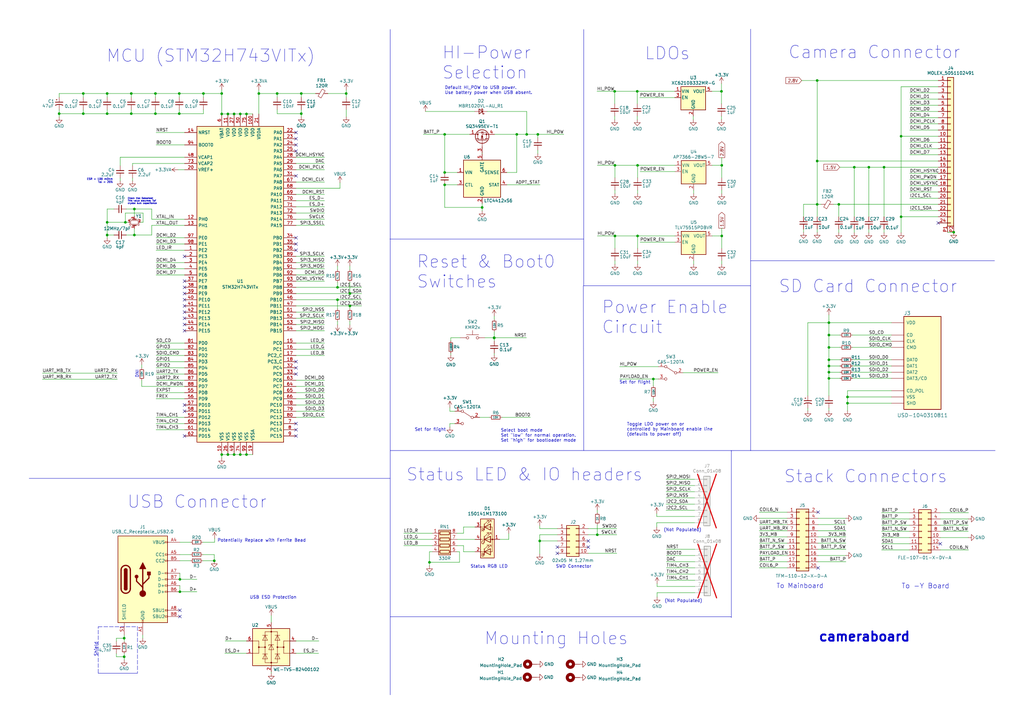
<source format=kicad_sch>
(kicad_sch (version 20230121) (generator eeschema)
  (paper "A3")
  (title_block (title "PyCubed Mini") (date "2023-04-12") (rev "B3/02") (company "REx Lab Carnegie Mellon University") (comment 1 "Z. Manchester") (comment 2 "N. Khera"))
  (junction (at 43.942 38.354))
  (junction (at 93.472 186.436))
  (junction (at 335.153 66.04))
  (junction (at 221.361 221.869))
  (junction (at 335.153 33.02))
  (junction (at 369.57 55.88))
  (junction (at 143.51 120.396))
  (junction (at 252.222 96.774))
  (junction (at 96.012 186.436))
  (junction (at 335.153 83.82))
  (junction (at 261.366 37.465))
  (junction (at 98.552 186.436))
  (junction (at 138.43 117.856))
  (junction (at 261.493 67.818))
  (junction (at 244.983 219.329))
  (junction (at 296.037 96.774))
  (junction (at 83.439 38.354))
  (junction (at 101.092 46.736))
  (junction (at 43.942 91.186))
  (junction (at 24.257 46.609))
  (junction (at 53.848 46.609))
  (junction (at 261.493 96.774))
  (junction (at 252.222 67.818))
  (junction (at 96.012 46.736))
  (junction (at 73.787 237.617))
  (junction (at 138.43 122.936))
  (junction (at 98.552 46.736))
  (junction (at 339.979 155.194))
  (junction (at 344.043 83.82))
  (junction (at 141.986 38.354))
  (junction (at 123.571 38.354))
  (junction (at 252.095 37.465))
  (junction (at 176.149 230.632))
  (junction (at 182.372 70.739))
  (junction (at 51.435 91.186))
  (junction (at 43.942 96.393))
  (junction (at 339.979 142.494))
  (junction (at 339.979 147.574))
  (junction (at 73.533 38.354))
  (junction (at 211.963 55.118))
  (junction (at 339.979 152.654))
  (junction (at 43.942 46.609))
  (junction (at 50.927 269.367))
  (junction (at 55.118 96.393))
  (junction (at 339.979 132.334))
  (junction (at 362.585 68.58))
  (junction (at 106.172 38.354))
  (junction (at 93.472 46.736))
  (junction (at 202.692 138.557) (diameter 1.016))
  (junction (at 391.16 95.25))
  (junction (at 339.979 150.114))
  (junction (at 101.092 186.436))
  (junction (at 182.372 55.118))
  (junction (at 90.932 186.436))
  (junction (at 34.163 38.354))
  (junction (at 53.848 38.354))
  (junction (at 63.754 38.354))
  (junction (at 295.91 37.465))
  (junction (at 73.787 242.697))
  (junction (at 90.932 46.736))
  (junction (at 123.571 46.609))
  (junction (at 267.97 155.448))
  (junction (at 113.665 38.354))
  (junction (at 90.932 38.354))
  (junction (at 347.599 165.354))
  (junction (at 347.599 162.814))
  (junction (at 182.372 75.819))
  (junction (at 73.533 46.609))
  (junction (at 50.927 261.747))
  (junction (at 220.599 55.118))
  (junction (at 143.51 125.476))
  (junction (at 369.57 88.9))
  (junction (at 356.362 68.58))
  (junction (at 296.037 67.818))
  (junction (at 87.884 229.997))
  (junction (at 339.979 137.414))
  (junction (at 197.739 85.09))
  (junction (at 350.393 68.58))
  (junction (at 34.163 46.609))
  (junction (at 63.754 46.609))
  (junction (at 55.118 85.725))
  (junction (at 216.027 55.118))
  (no_connect (at 75.692 166.116))
  (no_connect (at 75.692 168.656))
  (no_connect (at 121.412 72.136))
  (no_connect (at 241.3 221.869))
  (no_connect (at 241.3 224.409))
  (no_connect (at 75.692 105.156))
  (no_connect (at 121.412 102.616))
  (no_connect (at 121.412 97.536))
  (no_connect (at 121.412 100.076))
  (no_connect (at 121.412 56.896))
  (no_connect (at 121.412 59.436))
  (no_connect (at 335.534 210.058))
  (no_connect (at 384.81 91.44))
  (no_connect (at 121.412 148.336))
  (no_connect (at 121.412 150.876))
  (no_connect (at 121.412 153.416))
  (no_connect (at 75.692 178.816))
  (no_connect (at 121.412 61.976))
  (no_connect (at 73.787 250.317))
  (no_connect (at 335.534 232.918))
  (no_connect (at 75.692 115.316))
  (no_connect (at 75.692 117.856))
  (no_connect (at 75.692 120.396))
  (no_connect (at 75.692 122.936))
  (no_connect (at 75.692 125.476))
  (no_connect (at 75.692 128.016))
  (no_connect (at 75.692 130.556))
  (no_connect (at 75.692 133.096))
  (no_connect (at 75.692 135.636))
  (no_connect (at 121.412 54.356))
  (no_connect (at 228.6 224.409))
  (no_connect (at 228.6 226.949))
  (no_connect (at 73.787 252.857))
  (no_connect (at 121.412 173.736))
  (no_connect (at 121.412 176.276))
  (no_connect (at 121.412 178.816))
  (no_connect (at 385.699 223.012))
  (wire (pts (xy 73.787 222.377) (xy 78.105 222.377)))
  (wire (pts (xy 252.222 96.774) (xy 261.493 96.774)))
  (wire (pts (xy 106.172 38.354) (xy 113.665 38.354)))
  (wire (pts (xy 262.509 99.314) (xy 276.86 99.314)))
  (wire (pts (xy 369.57 88.9) (xy 369.57 95.377)))
  (wire (pts (xy 273.304 235.458) (xy 284.988 235.458)))
  (wire (pts (xy 269.494 243.078) (xy 269.494 244.856)))
  (wire (pts (xy 373.126 50.8) (xy 384.81 50.8)))
  (wire (pts (xy 339.979 137.414) (xy 339.979 142.494)))
  (wire (pts (xy 113.665 38.354) (xy 123.571 38.354)))
  (wire (pts (xy 344.043 93.98) (xy 344.043 95.377)))
  (wire (pts (xy 244.983 67.818) (xy 252.222 67.818)))
  (wire (pts (xy 141.986 36.83) (xy 141.986 38.354)))
  (wire (pts (xy 51.435 91.186) (xy 52.578 91.186)))
  (wire (pts (xy 113.665 44.958) (xy 113.665 46.609)))
  (wire (pts (xy 322.834 227.838) (xy 311.404 227.838)))
  (wire (pts (xy 349.631 137.414) (xy 365.633 137.414)))
  (wire (pts (xy 83.439 46.609) (xy 73.533 46.609)))
  (wire (pts (xy 202.692 130.937) (xy 202.692 129.667)))
  (wire (pts (xy 322.834 215.138) (xy 311.404 215.138)))
  (wire (pts (xy 190.119 223.774) (xy 190.119 226.314)))
  (wire (pts (xy 335.153 83.82) (xy 335.153 88.9)))
  (wire (pts (xy 202.692 138.557) (xy 202.692 139.827)))
  (wire (pts (xy 133.096 158.496) (xy 121.412 158.496)))
  (wire (pts (xy 373.126 45.72) (xy 384.81 45.72)))
  (wire (pts (xy 252.222 96.774) (xy 252.222 101.854)))
  (wire (pts (xy 397.129 215.392) (xy 385.699 215.392)))
  (wire (pts (xy 335.153 33.02) (xy 384.81 33.02)))
  (wire (pts (xy 138.43 117.856) (xy 148.336 117.856)))
  (wire (pts (xy 339.979 155.194) (xy 339.979 152.654)))
  (wire (pts (xy 252.222 67.818) (xy 261.493 67.818)))
  (wire (pts (xy 121.412 262.89) (xy 130.81 262.89)))
  (wire (pts (xy 322.834 225.298) (xy 311.404 225.298)))
  (wire (pts (xy 54.356 67.056) (xy 75.692 67.056)))
  (wire (pts (xy 339.979 147.574) (xy 344.551 147.574)))
  (wire (pts (xy 228.6 219.329) (xy 221.361 219.329)))
  (polyline (pts (xy 40.259 276.098) (xy 40.259 257.048)) (stroke (width 0) (type dash)))
  (wire (pts (xy 96.012 46.736) (xy 98.552 46.736)))
  (wire (pts (xy 269.367 211.836) (xy 284.861 211.836)))
  (wire (pts (xy 273.177 199.136) (xy 284.861 199.136)))
  (wire (pts (xy 123.571 38.354) (xy 129.413 38.354)))
  (wire (pts (xy 50.927 268.097) (xy 50.927 269.367)))
  (wire (pts (xy 101.092 186.436) (xy 103.632 186.436)))
  (wire (pts (xy 261.493 67.818) (xy 276.86 67.818)))
  (wire (pts (xy 55.118 85.725) (xy 62.23 85.725)))
  (wire (pts (xy 93.472 46.736) (xy 96.012 46.736)))
  (wire (pts (xy 339.979 152.654) (xy 344.551 152.654)))
  (wire (pts (xy 322.834 222.758) (xy 311.404 222.758)))
  (wire (pts (xy 373.126 73.66) (xy 384.81 73.66)))
  (wire (pts (xy 90.932 187.833) (xy 90.932 186.436)))
  (wire (pts (xy 339.979 129.159) (xy 339.979 132.334)))
  (wire (pts (xy 295.91 37.465) (xy 295.91 42.545)))
  (wire (pts (xy 322.834 230.378) (xy 311.404 230.378)))
  (wire (pts (xy 284.353 47.625) (xy 284.353 49.022)))
  (wire (pts (xy 90.932 186.436) (xy 93.472 186.436)))
  (wire (pts (xy 141.986 44.958) (xy 141.986 47.879)))
  (wire (pts (xy 362.585 68.58) (xy 384.81 68.58)))
  (wire (pts (xy 106.172 38.354) (xy 106.172 46.736)))
  (wire (pts (xy 121.412 120.396) (xy 143.51 120.396)))
  (wire (pts (xy 362.585 68.58) (xy 362.585 88.9)))
  (wire (pts (xy 347.599 162.814) (xy 347.599 165.354)))
  (wire (pts (xy 51.435 87.376) (xy 58.674 87.376)))
  (wire (pts (xy 252.222 67.818) (xy 252.222 72.898)))
  (wire (pts (xy 262.509 70.358) (xy 276.86 70.358)))
  (wire (pts (xy 133.096 140.716) (xy 121.412 140.716)))
  (polyline (pts (xy 56.388 257.048) (xy 56.388 276.098)) (stroke (width 0) (type dash)))
  (wire (pts (xy 350.393 68.58) (xy 356.362 68.58)))
  (wire (pts (xy 53.848 44.958) (xy 53.848 46.609)))
  (wire (pts (xy 143.51 120.396) (xy 148.336 120.396)))
  (wire (pts (xy 46.736 85.725) (xy 43.942 85.725)))
  (wire (pts (xy 133.096 145.796) (xy 121.412 145.796)))
  (wire (pts (xy 133.096 92.456) (xy 121.412 92.456)))
  (wire (pts (xy 322.834 217.678) (xy 311.404 217.678)))
  (wire (pts (xy 397.129 217.932) (xy 385.699 217.932)))
  (wire (pts (xy 269.494 240.538) (xy 284.988 240.538)))
  (wire (pts (xy 133.096 166.116) (xy 121.412 166.116)))
  (wire (pts (xy 296.037 93.599) (xy 296.037 96.774)))
  (wire (pts (xy 53.848 38.354) (xy 43.942 38.354)))
  (wire (pts (xy 54.356 67.945) (xy 54.356 67.056)))
  (wire (pts (xy 133.096 105.156) (xy 121.412 105.156)))
  (wire (pts (xy 83.185 222.377) (xy 88.011 222.377)))
  (wire (pts (xy 335.534 220.218) (xy 346.964 220.218)))
  (wire (pts (xy 284.48 106.934) (xy 284.48 108.331)))
  (wire (pts (xy 261.366 42.545) (xy 261.366 37.465)))
  (wire (pts (xy 182.372 55.118) (xy 182.372 70.739)))
  (wire (pts (xy 339.979 137.414) (xy 344.551 137.414)))
  (wire (pts (xy 133.096 82.296) (xy 121.412 82.296)))
  (wire (pts (xy 254.127 155.448) (xy 267.97 155.448)))
  (wire (pts (xy 173.609 55.118) (xy 182.372 55.118)))
  (wire (pts (xy 133.096 155.956) (xy 121.412 155.956)))
  (wire (pts (xy 58.674 91.186) (xy 57.658 91.186)))
  (polyline (pts (xy 299.974 185.166) (xy 299.974 253.365)))
  (wire (pts (xy 143.51 109.093) (xy 143.51 110.617)))
  (wire (pts (xy 64.008 54.356) (xy 75.692 54.356)))
  (wire (pts (xy 184.531 175.133) (xy 184.531 173.736)))
  (polyline (pts (xy 40.259 257.048) (xy 56.388 257.048)) (stroke (width 0) (type dash)))
  (wire (pts (xy 339.979 150.114) (xy 344.551 150.114)))
  (wire (pts (xy 111.252 276.098) (xy 111.252 275.59)))
  (wire (pts (xy 196.723 171.196) (xy 200.787 171.196)))
  (wire (pts (xy 347.599 165.354) (xy 365.633 165.354)))
  (wire (pts (xy 349.631 152.654) (xy 365.633 152.654)))
  (wire (pts (xy 267.97 155.448) (xy 270.002 155.448)))
  (polyline (pts (xy 160.02 252.984) (xy 299.974 252.984)))
  (wire (pts (xy 176.149 232.029) (xy 176.149 230.632)))
  (wire (pts (xy 113.665 39.878) (xy 113.665 38.354)))
  (wire (pts (xy 62.23 92.456) (xy 62.23 96.393)))
  (wire (pts (xy 53.848 39.878) (xy 53.848 38.354)))
  (wire (pts (xy 73.787 240.157) (xy 73.787 242.697)))
  (wire (pts (xy 284.48 77.978) (xy 284.48 79.375)))
  (wire (pts (xy 139.446 74.93) (xy 139.446 77.216)))
  (wire (pts (xy 347.599 165.354) (xy 347.599 168.402)))
  (wire (pts (xy 202.692 138.557) (xy 202.692 136.017)))
  (wire (pts (xy 73.787 237.617) (xy 80.772 237.617)))
  (wire (pts (xy 64.008 173.736) (xy 75.692 173.736)))
  (wire (pts (xy 349.631 150.114) (xy 365.633 150.114)))
  (wire (pts (xy 273.304 230.378) (xy 284.988 230.378)))
  (wire (pts (xy 261.493 106.934) (xy 261.493 108.331)))
  (polyline (pts (xy 307.848 184.785) (xy 408.178 184.785)))
  (wire (pts (xy 349.631 147.574) (xy 365.633 147.574)))
  (wire (pts (xy 216.027 45.72) (xy 216.027 55.118)))
  (wire (pts (xy 50.927 260.477) (xy 50.927 261.747)))
  (wire (pts (xy 261.366 37.465) (xy 276.733 37.465)))
  (wire (pts (xy 93.472 186.436) (xy 96.012 186.436)))
  (wire (pts (xy 228.6 216.789) (xy 221.361 216.789)))
  (wire (pts (xy 83.185 229.997) (xy 87.884 229.997)))
  (wire (pts (xy 335.534 227.838) (xy 346.837 227.838)))
  (wire (pts (xy 123.571 47.879) (xy 123.571 46.609)))
  (wire (pts (xy 43.942 91.186) (xy 43.942 96.393)))
  (polyline (pts (xy 307.848 106.934) (xy 407.924 106.934)))
  (wire (pts (xy 202.692 144.907) (xy 202.692 145.542)))
  (polyline (pts (xy 159.893 98.044) (xy 239.395 98.044)))
  (wire (pts (xy 113.665 46.609) (xy 123.571 46.609)))
  (wire (pts (xy 43.942 96.393) (xy 43.942 97.536)))
  (wire (pts (xy 372.999 223.012) (xy 361.569 223.012)))
  (wire (pts (xy 51.435 91.186) (xy 51.435 87.376)))
  (wire (pts (xy 188.468 230.632) (xy 188.468 226.314)))
  (wire (pts (xy 329.565 83.82) (xy 335.153 83.82)))
  (wire (pts (xy 328.803 33.02) (xy 335.153 33.02)))
  (wire (pts (xy 78.105 229.997) (xy 73.787 229.997)))
  (wire (pts (xy 373.126 38.1) (xy 384.81 38.1)))
  (wire (pts (xy 335.534 225.298) (xy 346.964 225.298)))
  (wire (pts (xy 47.752 269.367) (xy 50.927 269.367)))
  (wire (pts (xy 98.552 46.736) (xy 101.092 46.736)))
  (wire (pts (xy 369.57 55.88) (xy 369.57 88.9)))
  (wire (pts (xy 296.037 64.643) (xy 296.037 67.818)))
  (wire (pts (xy 133.096 143.256) (xy 121.412 143.256)))
  (wire (pts (xy 372.999 212.852) (xy 361.569 212.852)))
  (wire (pts (xy 64.008 102.616) (xy 75.692 102.616)))
  (wire (pts (xy 190.119 218.694) (xy 187.452 218.694)))
  (wire (pts (xy 221.361 221.869) (xy 228.6 221.869)))
  (wire (pts (xy 73.533 39.878) (xy 73.533 38.354)))
  (wire (pts (xy 101.092 46.736) (xy 103.632 46.736)))
  (polyline (pts (xy 307.848 117.221) (xy 239.395 117.221)))
  (wire (pts (xy 121.412 117.856) (xy 138.43 117.856)))
  (wire (pts (xy 43.942 44.958) (xy 43.942 46.609)))
  (wire (pts (xy 292.1 96.774) (xy 296.037 96.774)))
  (wire (pts (xy 17.399 155.575) (xy 48.133 155.575)))
  (wire (pts (xy 335.534 212.598) (xy 346.837 212.598)))
  (wire (pts (xy 197.739 85.09) (xy 182.372 85.09)))
  (wire (pts (xy 92.329 262.89) (xy 101.092 262.89)))
  (wire (pts (xy 64.008 153.416) (xy 75.692 153.416)))
  (wire (pts (xy 344.424 68.58) (xy 350.393 68.58)))
  (wire (pts (xy 187.452 223.774) (xy 190.119 223.774)))
  (wire (pts (xy 373.126 53.34) (xy 384.81 53.34)))
  (wire (pts (xy 217.551 171.196) (xy 205.867 171.196)))
  (wire (pts (xy 252.984 226.949) (xy 241.3 226.949)))
  (wire (pts (xy 58.674 87.376) (xy 58.674 91.186)))
  (wire (pts (xy 190.119 218.694) (xy 190.119 216.154)))
  (wire (pts (xy 384.81 35.56) (xy 369.57 35.56)))
  (wire (pts (xy 133.096 67.056) (xy 121.412 67.056)))
  (polyline (pts (xy 299.974 184.785) (xy 299.974 185.166)))
  (wire (pts (xy 184.912 144.907) (xy 184.912 145.542)))
  (wire (pts (xy 133.096 89.916) (xy 121.412 89.916)))
  (wire (pts (xy 373.126 40.64) (xy 384.81 40.64)))
  (wire (pts (xy 252.222 77.978) (xy 252.222 79.375)))
  (wire (pts (xy 373.126 60.96) (xy 384.81 60.96)))
  (wire (pts (xy 43.942 96.393) (xy 46.736 96.393)))
  (wire (pts (xy 133.096 161.036) (xy 121.412 161.036)))
  (wire (pts (xy 252.984 216.789) (xy 241.3 216.789)))
  (wire (pts (xy 187.452 221.234) (xy 194.818 221.234)))
  (wire (pts (xy 54.356 73.025) (xy 54.356 74.168)))
  (wire (pts (xy 244.983 215.265) (xy 244.983 219.329)))
  (wire (pts (xy 83.185 227.457) (xy 87.884 227.457)))
  (wire (pts (xy 335.534 215.138) (xy 346.964 215.138)))
  (wire (pts (xy 64.008 110.236) (xy 75.692 110.236)))
  (wire (pts (xy 121.412 125.476) (xy 143.51 125.476)))
  (wire (pts (xy 322.834 212.598) (xy 311.531 212.598)))
  (wire (pts (xy 43.942 91.186) (xy 51.435 91.186)))
  (wire (pts (xy 133.096 69.596) (xy 121.412 69.596)))
  (wire (pts (xy 356.362 68.58) (xy 356.362 88.9)))
  (wire (pts (xy 335.534 230.378) (xy 346.964 230.378)))
  (wire (pts (xy 269.367 210.693) (xy 269.367 211.836)))
  (wire (pts (xy 133.096 115.316) (xy 121.412 115.316)))
  (wire (pts (xy 98.552 186.436) (xy 101.092 186.436)))
  (wire (pts (xy 269.367 214.376) (xy 284.861 214.376)))
  (wire (pts (xy 182.372 70.739) (xy 187.579 70.739)))
  (wire (pts (xy 73.787 235.077) (xy 73.787 237.617)))
  (wire (pts (xy 273.304 225.298) (xy 284.988 225.298)))
  (wire (pts (xy 17.399 153.035) (xy 48.133 153.035)))
  (wire (pts (xy 261.366 47.625) (xy 261.366 49.022)))
  (wire (pts (xy 92.202 267.97) (xy 101.092 267.97)))
  (wire (pts (xy 344.043 83.82) (xy 384.81 83.82)))
  (wire (pts (xy 90.932 38.354) (xy 83.439 38.354)))
  (wire (pts (xy 296.037 96.774) (xy 296.037 101.854)))
  (wire (pts (xy 221.361 219.329) (xy 221.361 221.869)))
  (wire (pts (xy 347.599 162.814) (xy 365.633 162.814)))
  (wire (pts (xy 373.126 48.26) (xy 384.81 48.26)))
  (wire (pts (xy 138.43 115.697) (xy 138.43 117.856)))
  (wire (pts (xy 373.126 76.2) (xy 384.81 76.2)))
  (wire (pts (xy 397.256 225.552) (xy 385.699 225.552)))
  (wire (pts (xy 329.565 93.98) (xy 329.565 95.25)))
  (wire (pts (xy 339.979 132.334) (xy 339.979 137.414)))
  (wire (pts (xy 87.884 229.997) (xy 87.884 227.457)))
  (wire (pts (xy 133.096 133.096) (xy 121.412 133.096)))
  (wire (pts (xy 198.882 138.557) (xy 202.692 138.557)))
  (wire (pts (xy 216.027 55.118) (xy 220.599 55.118)))
  (wire (pts (xy 397.129 212.852) (xy 385.699 212.852)))
  (wire (pts (xy 62.23 85.725) (xy 62.23 89.916)))
  (wire (pts (xy 133.096 163.576) (xy 121.412 163.576)))
  (wire (pts (xy 64.008 145.796) (xy 75.692 145.796)))
  (wire (pts (xy 133.096 112.776) (xy 121.412 112.776)))
  (wire (pts (xy 311.404 220.218) (xy 322.834 220.218)))
  (wire (pts (xy 64.008 143.256) (xy 75.692 143.256)))
  (wire (pts (xy 121.412 77.216) (xy 139.446 77.216)))
  (wire (pts (xy 43.942 46.609) (xy 34.163 46.609)))
  (wire (pts (xy 133.096 168.656) (xy 121.412 168.656)))
  (wire (pts (xy 339.979 155.194) (xy 339.979 162.306)))
  (wire (pts (xy 133.096 87.376) (xy 121.412 87.376)))
  (wire (pts (xy 138.43 126.619) (xy 138.43 122.936)))
  (wire (pts (xy 361.569 217.932) (xy 372.999 217.932)))
  (wire (pts (xy 369.57 55.88) (xy 384.81 55.88)))
  (wire (pts (xy 331.343 162.306) (xy 331.343 132.334)))
  (wire (pts (xy 182.372 85.09) (xy 182.372 75.819)))
  (wire (pts (xy 121.412 122.936) (xy 138.43 122.936)))
  (wire (pts (xy 123.571 44.958) (xy 123.571 46.609)))
  (wire (pts (xy 373.126 63.5) (xy 384.81 63.5)))
  (wire (pts (xy 347.599 160.274) (xy 365.633 160.274)))
  (wire (pts (xy 133.096 110.236) (xy 121.412 110.236)))
  (polyline (pts (xy 160.02 184.785) (xy 299.974 184.785)))
  (wire (pts (xy 62.23 89.916) (xy 75.692 89.916)))
  (wire (pts (xy 295.91 47.625) (xy 295.91 49.022)))
  (wire (pts (xy 331.343 167.386) (xy 331.343 168.402)))
  (wire (pts (xy 373.126 43.18) (xy 384.81 43.18)))
  (wire (pts (xy 34.163 44.958) (xy 34.163 46.609)))
  (wire (pts (xy 373.126 71.12) (xy 384.81 71.12)))
  (wire (pts (xy 64.008 155.956) (xy 75.692 155.956)))
  (polyline (pts (xy 239.268 117.221) (xy 239.395 184.785)))
  (wire (pts (xy 43.942 38.354) (xy 34.163 38.354)))
  (wire (pts (xy 43.942 39.878) (xy 43.942 38.354)))
  (wire (pts (xy 369.57 88.9) (xy 384.81 88.9)))
  (wire (pts (xy 356.362 68.58) (xy 362.585 68.58)))
  (wire (pts (xy 244.983 210.185) (xy 244.983 209.296)))
  (wire (pts (xy 269.494 239.395) (xy 269.494 240.538)))
  (wire (pts (xy 267.97 155.448) (xy 267.97 158.242)))
  (wire (pts (xy 62.23 96.393) (xy 55.118 96.393)))
  (wire (pts (xy 53.848 46.609) (xy 43.942 46.609)))
  (wire (pts (xy 83.439 44.958) (xy 83.439 46.609)))
  (wire (pts (xy 90.932 46.736) (xy 93.472 46.736)))
  (wire (pts (xy 220.599 55.118) (xy 231.267 55.118)))
  (wire (pts (xy 339.979 155.194) (xy 344.551 155.194)))
  (wire (pts (xy 397.256 210.312) (xy 385.699 210.312)))
  (wire (pts (xy 339.979 152.654) (xy 339.979 150.114)))
  (wire (pts (xy 34.163 38.354) (xy 24.257 38.354)))
  (wire (pts (xy 373.126 86.36) (xy 384.81 86.36)))
  (wire (pts (xy 208.661 221.234) (xy 204.978 221.234)))
  (wire (pts (xy 202.819 55.118) (xy 211.963 55.118)))
  (wire (pts (xy 273.177 204.216) (xy 284.861 204.216)))
  (wire (pts (xy 64.008 150.876) (xy 75.692 150.876)))
  (wire (pts (xy 199.771 45.72) (xy 216.027 45.72)))
  (wire (pts (xy 197.739 62.738) (xy 197.739 63.119)))
  (wire (pts (xy 73.025 69.596) (xy 75.692 69.596)))
  (wire (pts (xy 63.754 44.958) (xy 63.754 46.609)))
  (wire (pts (xy 58.547 260.477) (xy 58.547 261.747)))
  (polyline (pts (xy 307.848 11.938) (xy 307.848 184.785)))
  (wire (pts (xy 207.899 75.819) (xy 221.488 75.819)))
  (wire (pts (xy 372.999 225.552) (xy 361.569 225.552)))
  (wire (pts (xy 208.661 218.821) (xy 208.661 221.234)))
  (wire (pts (xy 64.008 97.536) (xy 75.692 97.536)))
  (wire (pts (xy 111.252 252.476) (xy 111.252 255.27)))
  (wire (pts (xy 138.43 122.936) (xy 148.336 122.936)))
  (wire (pts (xy 47.752 261.747) (xy 47.752 263.017)))
  (wire (pts (xy 165.608 218.694) (xy 177.292 218.694)))
  (wire (pts (xy 341.884 83.82) (xy 344.043 83.82)))
  (wire (pts (xy 63.754 46.609) (xy 53.848 46.609)))
  (wire (pts (xy 211.963 55.118) (xy 211.963 70.739)))
  (wire (pts (xy 211.963 55.118) (xy 216.027 55.118)))
  (wire (pts (xy 34.163 46.609) (xy 24.257 46.609)))
  (wire (pts (xy 335.534 222.758) (xy 346.964 222.758)))
  (polyline (pts (xy 307.848 184.785) (xy 299.974 184.785)))
  (wire (pts (xy 197.739 83.439) (xy 197.739 85.09)))
  (wire (pts (xy 143.51 115.697) (xy 143.51 120.396)))
  (wire (pts (xy 349.631 142.494) (xy 365.633 142.494)))
  (wire (pts (xy 174.498 45.72) (xy 194.691 45.72)))
  (wire (pts (xy 34.163 39.878) (xy 34.163 38.354)))
  (wire (pts (xy 143.51 133.223) (xy 143.51 131.699)))
  (wire (pts (xy 344.043 88.9) (xy 344.043 83.82)))
  (wire (pts (xy 50.927 261.747) (xy 47.752 261.747)))
  (wire (pts (xy 221.361 221.869) (xy 221.361 227.203)))
  (wire (pts (xy 184.531 173.736) (xy 186.563 173.736)))
  (wire (pts (xy 133.096 84.836) (xy 121.412 84.836)))
  (wire (pts (xy 55.118 88.646) (xy 55.118 85.725)))
  (wire (pts (xy 331.343 132.334) (xy 339.979 132.334)))
  (wire (pts (xy 273.177 196.596) (xy 284.861 196.596)))
  (wire (pts (xy 252.222 106.934) (xy 252.222 108.331)))
  (wire (pts (xy 339.979 142.494) (xy 344.551 142.494)))
  (wire (pts (xy 350.393 93.98) (xy 350.393 95.377)))
  (wire (pts (xy 51.816 96.393) (xy 55.118 96.393)))
  (wire (pts (xy 335.153 33.02) (xy 335.153 66.04)))
  (wire (pts (xy 296.037 77.978) (xy 296.037 79.375)))
  (wire (pts (xy 269.494 243.078) (xy 284.988 243.078)))
  (wire (pts (xy 362.585 95.377) (xy 362.585 93.98)))
  (wire (pts (xy 133.096 74.676) (xy 121.412 74.676)))
  (wire (pts (xy 254.127 150.368) (xy 270.002 150.368)))
  (wire (pts (xy 252.095 47.625) (xy 252.095 49.022)))
  (wire (pts (xy 329.565 88.9) (xy 329.565 83.82)))
  (wire (pts (xy 49.276 64.516) (xy 75.692 64.516)))
  (wire (pts (xy 292.1 67.818) (xy 296.037 67.818)))
  (wire (pts (xy 335.534 217.678) (xy 346.964 217.678)))
  (wire (pts (xy 244.983 219.329) (xy 241.3 219.329)))
  (wire (pts (xy 133.096 130.556) (xy 121.412 130.556)))
  (wire (pts (xy 165.608 223.774) (xy 177.292 223.774)))
  (wire (pts (xy 73.533 46.609) (xy 63.754 46.609)))
  (wire (pts (xy 184.531 168.656) (xy 186.563 168.656)))
  (wire (pts (xy 295.91 34.29) (xy 295.91 37.465)))
  (polyline (pts (xy 11.938 196.215) (xy 160.02 196.215)))
  (wire (pts (xy 335.153 93.98) (xy 335.153 95.25)))
  (wire (pts (xy 64.008 107.696) (xy 75.692 107.696)))
  (wire (pts (xy 83.439 38.354) (xy 73.533 38.354)))
  (wire (pts (xy 252.095 37.465) (xy 252.095 42.545)))
  (wire (pts (xy 24.257 39.878) (xy 24.257 38.354)))
  (wire (pts (xy 51.816 85.725) (xy 55.118 85.725)))
  (wire (pts (xy 261.493 77.978) (xy 261.493 79.375)))
  (wire (pts (xy 350.393 68.58) (xy 350.393 88.9)))
  (wire (pts (xy 58.166 158.496) (xy 75.692 158.496)))
  (wire (pts (xy 273.304 232.918) (xy 284.988 232.918)))
  (wire (pts (xy 90.932 38.354) (xy 90.932 46.736)))
  (wire (pts (xy 190.119 216.154) (xy 194.818 216.154)))
  (wire (pts (xy 267.97 163.322) (xy 267.97 164.719)))
  (wire (pts (xy 63.754 39.878) (xy 63.754 38.354)))
  (wire (pts (xy 372.999 210.312) (xy 361.569 210.312)))
  (wire (pts (xy 322.834 210.058) (xy 311.404 210.058)))
  (wire (pts (xy 90.932 36.83) (xy 90.932 38.354)))
  (wire (pts (xy 182.372 55.118) (xy 192.659 55.118)))
  (wire (pts (xy 273.177 206.756) (xy 284.861 206.756)))
  (wire (pts (xy 141.986 39.878) (xy 141.986 38.354)))
  (wire (pts (xy 121.412 267.97) (xy 130.683 267.97)))
  (wire (pts (xy 244.856 37.465) (xy 252.095 37.465)))
  (wire (pts (xy 184.531 167.132) (xy 184.531 168.656)))
  (wire (pts (xy 244.983 96.774) (xy 252.222 96.774)))
  (wire (pts (xy 349.631 155.194) (xy 365.633 155.194)))
  (wire (pts (xy 261.493 72.898) (xy 261.493 67.818)))
  (wire (pts (xy 339.979 167.386) (xy 339.979 168.402)))
  (polyline (pts (xy 160.02 12.065) (xy 160.02 284.988)))
  (wire (pts (xy 64.008 140.716) (xy 75.692 140.716)))
  (wire (pts (xy 78.105 227.457) (xy 73.787 227.457)))
  (polyline (pts (xy 40.259 276.098) (xy 56.388 276.098)))
  (wire (pts (xy 335.153 83.82) (xy 336.804 83.82)))
  (wire (pts (xy 356.362 139.954) (xy 365.633 139.954)))
  (wire (pts (xy 49.276 73.025) (xy 49.276 74.168)))
  (wire (pts (xy 64.008 100.076) (xy 75.692 100.076)))
  (wire (pts (xy 106.172 36.83) (xy 106.172 38.354)))
  (wire (pts (xy 50.927 269.367) (xy 50.927 270.637)))
  (wire (pts (xy 64.008 171.196) (xy 75.692 171.196)))
  (wire (pts (xy 176.149 230.632) (xy 188.468 230.632)))
  (wire (pts (xy 64.008 176.276) (xy 75.692 176.276)))
  (wire (pts (xy 221.361 215.646) (xy 221.361 216.789)))
  (wire (pts (xy 373.126 58.42) (xy 384.81 58.42)))
  (wire (pts (xy 190.119 226.314) (xy 194.818 226.314)))
  (wire (pts (xy 291.973 37.465) (xy 295.91 37.465)))
  (wire (pts (xy 261.493 101.854) (xy 261.493 96.774)))
  (wire (pts (xy 133.096 107.696) (xy 121.412 107.696)))
  (wire (pts (xy 133.096 135.636) (xy 121.412 135.636)))
  (wire (pts (xy 133.096 79.756) (xy 121.412 79.756)))
  (wire (pts (xy 252.095 37.465) (xy 261.366 37.465)))
  (wire (pts (xy 261.493 96.774) (xy 276.86 96.774)))
  (wire (pts (xy 273.304 227.838) (xy 284.988 227.838)))
  (wire (pts (xy 55.118 96.393) (xy 55.118 93.726)))
  (wire (pts (xy 347.599 160.274) (xy 347.599 162.814)))
  (wire (pts (xy 96.012 186.436) (xy 98.552 186.436)))
  (wire (pts (xy 339.979 132.334) (xy 365.633 132.334)))
  (wire (pts (xy 296.037 67.818) (xy 296.037 72.898)))
  (wire (pts (xy 273.177 201.676) (xy 284.861 201.676)))
  (wire (pts (xy 269.367 214.376) (xy 269.367 216.154)))
  (wire (pts (xy 188.722 138.557) (xy 184.912 138.557)))
  (wire (pts (xy 88.011 220.853) (xy 88.011 222.377)))
  (wire (pts (xy 188.468 226.314) (xy 187.452 226.314)))
  (wire (pts (xy 202.692 138.557) (xy 215.9 138.557)))
  (wire (pts (xy 138.43 109.093) (xy 138.43 110.617)))
  (wire (pts (xy 273.177 209.296) (xy 284.861 209.296)))
  (wire (pts (xy 24.257 44.958) (xy 24.257 46.609)))
  (wire (pts (xy 361.569 220.472) (xy 372.999 220.472)))
  (wire (pts (xy 133.096 64.516) (xy 121.412 64.516)))
  (wire (pts (xy 64.008 59.436) (xy 75.692 59.436)))
  (wire (pts (xy 64.008 112.776) (xy 75.692 112.776)))
  (wire (pts (xy 134.493 38.354) (xy 141.986 38.354)))
  (wire (pts (xy 24.257 48.006) (xy 24.257 46.609)))
  (wire (pts (xy 64.008 163.576) (xy 75.692 163.576)))
  (wire (pts (xy 133.096 128.016) (xy 121.412 128.016)))
  (wire (pts (xy 252.984 219.329) (xy 244.983 219.329)))
  (wire (pts (xy 296.037 106.934) (xy 296.037 108.331)))
  (wire (pts (xy 339.979 150.114) (xy 339.979 147.574)))
  (wire (pts (xy 64.008 161.036) (xy 75.692 161.036)))
  (wire (pts (xy 133.096 171.196) (xy 121.412 171.196)))
  (wire (pts (xy 373.126 81.28) (xy 384.81 81.28)))
  (wire (pts (xy 49.276 64.516) (xy 49.276 67.945)))
  (wire (pts (xy 273.304 237.998) (xy 284.988 237.998)))
  (wire (pts (xy 43.942 85.725) (xy 43.942 91.186)))
  (wire (pts (xy 143.51 125.476) (xy 148.336 125.476)))
  (wire (pts (xy 165.608 221.234) (xy 177.292 221.234)))
  (wire (pts (xy 369.57 35.56) (xy 369.57 55.88)))
  (wire (pts (xy 211.963 70.739) (xy 207.899 70.739)))
  (wire (pts (xy 339.979 142.494) (xy 339.979 147.574)))
  (wire (pts (xy 361.569 215.392) (xy 372.999 215.392)))
  (wire (pts (xy 73.787 242.697) (xy 80.772 242.697)))
  (wire (pts (xy 176.149 226.314) (xy 176.149 230.632)))
  (wire (pts (xy 83.439 39.878) (xy 83.439 38.354)))
  (wire (pts (xy 182.372 75.819) (xy 187.579 75.819)))
  (wire (pts (xy 177.292 226.314) (xy 176.149 226.314)))
  (wire (pts (xy 335.153 66.04) (xy 384.81 66.04)))
  (wire (pts (xy 50.927 261.747) (xy 50.927 263.017)))
  (wire (pts (xy 335.153 66.04) (xy 335.153 83.82)))
  (wire (pts (xy 73.533 44.958) (xy 73.533 46.609)))
  (wire (pts (xy 184.912 138.557) (xy 184.912 139.827)))
  (wire (pts (xy 64.008 148.336) (xy 75.692 148.336)))
  (wire (pts (xy 220.599 62.992) (xy 220.599 61.595)))
  (wire (pts (xy 373.126 78.74) (xy 384.81 78.74)))
  (wire (pts (xy 262.382 40.005) (xy 276.733 40.005)))
  (wire (pts (xy 123.571 39.878) (xy 123.571 38.354)))
  (wire (pts (xy 143.51 126.619) (xy 143.51 125.476)))
  (wire (pts (xy 58.166 158.496) (xy 58.166 155.956)))
  (wire (pts (xy 322.834 232.918) (xy 311.404 232.918)))
  (wire (pts (xy 220.599 56.515) (xy 220.599 55.118)))
  (wire (pts (xy 397.129 220.472) (xy 385.699 220.472)))
  (wire (pts (xy 294.513 152.908) (xy 280.162 152.908)))
  (polyline (pts (xy 239.395 12.065) (xy 239.395 117.221)))
  (wire (pts (xy 197.739 86.487) (xy 197.739 85.09)))
  (wire (pts (xy 63.754 38.354) (xy 53.848 38.354)))
  (wire (pts (xy 138.43 133.223) (xy 138.43 131.699)))
  (wire (pts (xy 388.62 95.25) (xy 391.16 95.25)))
  (wire (pts (xy 356.362 93.98) (xy 356.362 95.377)))
  (wire (pts (xy 73.533 38.354) (xy 63.754 38.354)))
  (wire (pts (xy 47.752 268.097) (xy 47.752 269.367)))
  (wire (pts (xy 62.23 92.456) (xy 75.692 92.456)))
  (wire (pts (xy 58.166 150.876) (xy 58.166 149.606)))
  (text "Mounting Holes" (at 198.501 264.922 0) (effects (font (size 5.08 5.08)) (justify left bottom)))
  (text "Set for flight" (at 254 157.607 0) (effects (font (size 1.27 1.27)) (justify left bottom)))
  (text "cameraboard" (at 335.534 263.525 0) (effects (font (size 3.81 3.81) (thickness 0.762) bold) (justify left bottom)))
  (text "SD Card Connector" (at 319.278 120.523 0) (effects (font (size 5.08 5.08)) (justify left bottom)))
  (text "(Not Populated)" (at 272.161 218.186 0) (effects (font (size 1.27 1.27)) (justify left bottom)))
  (text "Check Xtal Datasheet\nThis value assumes 7pF \ncrystal bulk capacitance" (at 52.324 83.947 0) (effects (font (size 0.635 0.635)) (justify left bottom)))
  (text "Power Enable\nCircuit" (at 246.761 137.287 0) (effects (font (size 5.08 5.08)) (justify left bottom)))
  (text "Set for flight" (at 170.053 177.038 0) (effects (font (size 1.27 1.27)) (justify left bottom)))
  (text "HI-Power\nSelection" (at 181.229 32.893 0) (effects (font (size 5.08 5.08)) (justify left bottom)))
  (text "(Not Populated)" (at 272.542 247.269 0) (effects (font (size 1.27 1.27)) (justify left bottom)))
  (text "To Mainboard" (at 318.389 241.554 0) (effects (font (size 1.905 1.905)) (justify left bottom)))
  (text "To -Y Board" (at 369.697 241.681 0) (effects (font (size 2.032 2.032)) (justify left bottom)))
  (text "Potentially Replace with Ferrite Bead" (at 89.154 222.504 0) (effects (font (size 1.27 1.27)) (justify left bottom)))
  (text "Status LED & IO headers" (at 166.497 197.739 0) (effects (font (size 5.08 5.08)) (justify left bottom)))
  (text "DNI" (at 57.023 155.067 90) (effects (font (size 1.27 1.27)) (justify left bottom)))
  (text "MCU (STM32H743VITx)" (at 43.561 26.035 0) (effects (font (size 5.08 5.08)) (justify left bottom)))
  (text "Status RGB LED" (at 192.913 233.172 0) (effects (font (size 1.27 1.27)) (justify left bottom)))
  (text "SWD Connector" (at 227.965 233.172 0) (effects (font (size 1.27 1.27)) (justify left bottom)))
  (text "Reset & Boot0\nSwitches" (at 170.815 118.618 0) (effects (font (size 5.08 5.08)) (justify left bottom)))
  (text "Stack Connectors" (at 321.437 198.501 0) (effects (font (size 5.08 5.08)) (justify left bottom)))
  (text "Toggle LDO power on or\ncontrolled by Mainboard enable line\n(defaults to power off)" (at 257.048 178.943 0) (effects (font (size 1.27 1.27)) (justify left bottom)))
  (text "Shield" (at 40.132 269.367 90) (effects (font (size 1.27 1.27)) (justify left bottom)))
  (text "LDOs" (at 264.287 25.019 0) (effects (font (size 5.08 5.08)) (justify left bottom)))
  (text "Select boot mode\nSet \"low\" for normal operation.\nSet \"high\" for bootloader mode" (at 205.359 181.483 0) (effects (font (size 1.27 1.27)) (justify left bottom)))
  (text "USB Connector" (at 52.07 208.915 0) (effects (font (size 5.08 5.08)) (justify left bottom)))
  (text "Camera Connector" (at 323.215 24.511 0) (effects (font (size 5.08 5.08)) (justify left bottom)))
  (text "ESR < 100 mOhm\nTol < 20%" (at 46.355 75.311 0) (effects (font (size 0.762 0.762)) (justify right bottom)))
  (text "Default HI_POW to USB power.\nUse battery power when USB absent." (at 182.372 38.862 0) (effects (font (size 1.27 1.27)) (justify left bottom)))
  (text "USB ESD Protection" (at 102.362 245.872 0) (effects (font (size 1.27 1.27)) (justify left bottom)))
  (label "DCMI_D6" (at 373.126 58.42 0))
  (label "ADPT_STAT" (at 221.488 75.819 180))
  (label "SDA1" (at 346.964 217.678 180))
  (label "UART2_RX" (at 48.133 153.035 180))
  (label "DCMI_PCLK" (at 133.096 69.596 180))
  (label "SDIO_D1" (at 133.096 163.576 180))
  (label "DCMI_D2" (at 373.126 38.1 0))
  (label "DCMI_HSYNC" (at 133.096 64.516 180))
  (label "SPI2_SCLK" (at 273.177 201.676 0))
  (label "COIL6_N" (at 397.256 225.552 180))
  (label "SPI3_SCLK" (at 133.096 105.156 180))
  (label "SDIO_D2" (at 356.362 152.654 0))
  (label "SCL1" (at 346.964 215.138 180))
  (label "TIM4_CH1" (at 273.304 237.998 0))
  (label "UART2_TX" (at 64.008 153.416 0))
  (label "SWDIO" (at 133.096 87.376 180))
  (label "COIL6_N" (at 311.404 210.058 0))
  (label "SWCLK" (at 133.096 89.916 180))
  (label "LED_G" (at 133.096 143.256 180))
  (label "TIM4_CH3" (at 273.304 232.918 0))
  (label "LED_G" (at 165.608 221.234 0))
  (label "DCMI_D5" (at 133.096 112.776 180))
  (label "SWCLK" (at 252.984 219.329 180))
  (label "SDIO_D3" (at 133.096 168.656 180))
  (label "I2C1_SDA" (at 373.126 86.36 0))
  (label "UART2_RX" (at 64.008 155.956 0))
  (label "I2C1_SCL" (at 373.126 81.28 0))
  (label "DCMI_D7" (at 64.008 112.776 0))
  (label "SPI2_MOSI" (at 133.096 135.636 180))
  (label "DCMI_D5" (at 373.126 53.34 0))
  (label "ES_D+" (at 133.096 84.836 180))
  (label "SDIO_CMD" (at 64.008 145.796 0))
  (label "SPI2_MOSI" (at 273.177 196.596 0))
  (label "UART2_TX" (at 48.133 155.575 180))
  (label "BATT_P" (at 346.964 230.378 180))
  (label "DCMI_CLK" (at 373.126 60.96 0))
  (label "DAC" (at 273.304 230.378 0))
  (label "SPI2_NSS" (at 273.177 204.216 0))
  (label "DCMI_RST" (at 373.126 78.74 0))
  (label "SDIO_D1" (at 356.362 150.114 0))
  (label "LED_B" (at 165.608 223.774 0))
  (label "BATT_P_SW" (at 311.404 225.298 0))
  (label "BATT_P" (at 361.569 210.312 0))
  (label "LED_R" (at 165.608 218.694 0))
  (label "NRST" (at 273.304 225.298 0))
  (label "DCMI_VSYNC" (at 373.126 76.2 0))
  (label "DCMI_D1" (at 133.096 158.496 180))
  (label "NRST" (at 64.008 54.356 0))
  (label "BATT_N_SW" (at 311.404 222.758 0))
  (label "DCMI_PWDN" (at 64.008 158.496 0))
  (label "ES_D+" (at 92.202 267.97 0))
  (label "3V3_MB" (at 346.964 220.218 180))
  (label "BOOT0" (at 217.551 171.196 180))
  (label "XTAL_IN" (at 64.008 89.916 0))
  (label "TIM4_CH1" (at 64.008 171.196 0))
  (label "GPIO1" (at 64.008 148.336 0))
  (label "SD_CD" (at 356.362 137.414 0))
  (label "HI_POW" (at 231.267 55.118 180))
  (label "I2C2_SDA" (at 148.336 125.476 180))
  (label "DCMI_PWDN" (at 373.126 73.66 0))
  (label "TIM4_CH2" (at 273.304 235.458 0))
  (label "BOOT0" (at 273.304 227.838 0))
  (label "LED_R" (at 133.096 140.716 180))
  (label "DCMI_D3" (at 373.126 43.18 0))
  (label "SWDIO" (at 252.984 216.789 180))
  (label "POWER_EN" (at 262.382 40.005 0))
  (label "DAC" (at 133.096 67.056 180))
  (label "DCMI_D4" (at 373.126 48.26 0))
  (label "SPI2_SCLK" (at 133.096 130.556 180))
  (label "XTAL_OUT" (at 64.008 92.456 0))
  (label "LED_IR" (at 64.008 102.616 0))
  (label "SPI3_MOSI" (at 133.096 110.236 180))
  (label "SD_CD" (at 64.008 140.716 0))
  (label "SPI2_MISO" (at 273.177 199.136 0))
  (label "TIM4_CH3" (at 64.008 176.276 0))
  (label "DCMI_VSYNC" (at 133.096 115.316 180))
  (label "BOOT0" (at 64.008 59.436 0))
  (label "DCMI_D6" (at 64.008 110.236 0))
  (label "DCMI_RST" (at 133.096 79.756 180))
  (label "SDIO_D3" (at 356.362 155.194 0))
  (label "SDIO_CMD" (at 356.362 142.494 0))
  (label "POWER_EN" (at 262.509 70.358 0))
  (label "SPI2_NSS" (at 133.096 128.016 180))
  (label "TIM4_CH2" (at 64.008 173.736 0))
  (label "3V3_MB" (at 361.569 220.472 0))
  (label "HI_POW" (at 244.983 96.774 0))
  (label "DCMI_PCLK" (at 373.126 50.8 0))
  (label "DCMI_D4" (at 64.008 107.696 0))
  (label "UART_MB_RX" (at 17.399 155.575 0))
  (label "HI_POW" (at 244.983 67.818 0))
  (label "SDIO_CLK" (at 356.362 139.954 0))
  (label "SCL1" (at 361.569 225.552 0))
  (label "I2C1_SDA" (at 148.336 120.396 180))
  (label "BATT_N_SW" (at 397.129 217.932 180))
  (label "DCMI_D0" (at 133.096 155.956 180))
  (label "D-" (at 130.81 262.89 180))
  (label "HI_POW" (at 254.127 150.368 0))
  (label "ES_D-" (at 133.096 82.296 180))
  (label "DCMI_D1" (at 373.126 40.64 0))
  (label "PAYLOAD_EN" (at 311.404 227.838 0))
  (label "I2C2_SCL" (at 148.336 122.936 180))
  (label "SDIO_D0" (at 356.362 147.574 0))
  (label "POWER_EN" (at 294.513 152.908 180))
  (label "DCMI_CLK" (at 133.096 74.676 180))
  (label "D+" (at 92.329 262.89 0))
  (label "BATT_P_SW" (at 361.569 215.392 0))
  (label "BATT_P_SW" (at 346.964 225.298 180))
  (label "DCMI_D3" (at 64.008 100.076 0))
  (label "SDIO_CLK" (at 133.096 171.196 180))
  (label "SDA1" (at 361.569 223.012 0))
  (label "GPIO3" (at 64.008 143.256 0))
  (label "BATT_N_SW" (at 346.964 222.758 180))
  (label "GPIO2" (at 64.008 150.876 0))
  (label "SPI2_MISO" (at 133.096 133.096 180))
  (label "I2C1_SCL" (at 148.336 117.856 180))
  (label "HI_POW" (at 244.856 37.465 0))
  (label "UART_MB_TX" (at 311.404 215.138 0))
  (label "COIL6_P" (at 311.404 232.918 0))
  (label "DCMI_D0" (at 373.126 45.72 0))
  (label "I2C2_SCL" (at 273.177 209.296 0))
  (label "LED_B" (at 133.096 145.796 180))
  (label "BATT_P_SW" (at 397.129 215.392 180))
  (label "DCMI_D2" (at 64.008 97.536 0))
  (label "ES_D-" (at 130.683 267.97 180))
  (label "DCMI_D7" (at 373.126 63.5 0))
  (label "NRST" (at 252.984 226.949 180))
  (label "SDIO_D2" (at 133.096 166.116 180))
  (label "BATT_P" (at 173.609 55.118 0))
  (label "NRST" (at 215.9 138.557 180))
  (label "BATT_P" (at 311.404 230.378 0))
  (label "UART_MB_RX" (at 311.404 217.678 0))
  (label "SPI3_MISO" (at 133.096 107.696 180))
  (label "BATT_P" (at 361.569 212.852 0))
  (label "D+" (at 80.772 242.697 180))
  (label "POWER_EN" (at 262.509 99.314 0))
  (label "EXPST" (at 64.008 161.036 0))
  (label "FREX" (at 64.008 163.576 0))
  (label "BATT_N_SW" (at 361.569 217.932 0))
  (label "D-" (at 80.772 237.617 180))
  (label "3V3_MB" (at 311.404 220.218 0))
  (label "UART_MB_TX" (at 17.399 153.035 0))
  (label "I2C2_SDA" (at 273.177 206.756 0))
  (label "SDIO_D0" (at 133.096 161.036 180))
  (label "DCMI_HSYNC" (at 373.126 71.12 0))
  (label "SPI3_SSEL" (at 133.096 92.456 180))
  (label "PAYLOAD_EN" (at 254.127 155.448 0))
  (label "COIL6_P" (at 397.256 210.312 180))
  (global_label "2.8V" (shape output) (at 296.037 64.643 90) (property "Intersheetrefs" "${INTERSHEET_REFS}" (effects hide)))
  (global_label "2.8V" (shape input) (at 328.803 33.02 180) (property "Intersheetrefs" "${INTERSHEET_REFS}" (effects hide)))
  (global_label "1.5V" (shape input) (at 344.424 68.58 180) (property "Intersheetrefs" "${INTERSHEET_REFS}" (effects hide)))
  (global_label "1.5V" (shape output) (at 296.037 93.599 90) (property "Intersheetrefs" "${INTERSHEET_REFS}" (effects hide)))
  (symbol (lib_id "Device:C_Small") (at 362.585 91.44 0) (unit 1)
    (property "Reference" "C29" (at 363.093 89.789 0) (effects (justify left)))
    (property "Value" "0.1uF" (at 363.22 93.345 0) (effects (justify left)))
    (property "Footprint" "Capacitor_SMD:C_0603_1608Metric" (effects hide))
  )
  (symbol (lib_id "power:+3.3V") (at 269.494 239.395 0) (unit 1)
    (property "Reference" "#PWR0133" (effects hide))
    (property "Value" "+3.3V" (at 269.494 235.712 0))
  )
  (symbol (lib_id "Device:R_Small") (at 50.927 265.557 0) (unit 1)
    (property "Reference" "R1" (at 51.943 265.557 0) (effects (justify left)))
    (property "Value" "1M" (at 50.927 266.319 90) (effects (font (size 0.7874 0.7874)) (justify left)))
    (property "Footprint" "Resistor_SMD:R_0603_1608Metric" (effects hide))
  )
  (symbol (lib_id "power:GND") (at 347.599 168.402 0) (unit 1)
    (property "Reference" "#PWR0119" (effects hide))
    (property "Value" "GND" (at 349.631 172.212 0) (effects (justify right)))
  )
  (symbol (lib_id "power:+3.3V") (at 143.51 109.093 0) (unit 1)
    (property "Reference" "#PWR0153" (effects hide))
    (property "Value" "+3.3V" (at 143.764 105.537 0))
  )
  (symbol (lib_id "Device:C_Small") (at 53.848 42.418 180) (unit 1)
    (property "Reference" "C5" (at 50.419 41.656 0))
    (property "Value" "0.1uF" (at 48.895 43.561 0))
    (property "Footprint" "Capacitor_SMD:C_0603_1608Metric" (effects hide))
  )
  (symbol (lib_id "power:GND") (at 284.353 49.022 0) (unit 1)
    (property "Reference" "#PWR0148" (effects hide))
    (property "Value" "GND" (at 284.353 52.832 0))
  )
  (symbol (lib_id "power:GND") (at 362.585 95.377 0) (unit 1)
    (property "Reference" "#PWR0136" (effects hide))
    (property "Value" "GND" (at 364.617 99.187 0) (effects (justify right)))
  )
  (symbol (lib_id "Device:R_Small") (at 244.983 212.725 0) (unit 1)
    (property "Reference" "R8" (at 245.872 212.725 0) (effects (justify left)))
    (property "Value" "1K" (at 244.983 213.487 90) (effects (font (size 0.762 0.762)) (justify left)))
    (property "Footprint" "Resistor_SMD:R_0603_1608Metric" (effects hide))
  )
  (symbol (lib_id "Device:R_Small") (at 347.091 147.574 90) (unit 1)
    (property "Reference" "R11" (at 351.028 146.558 90))
    (property "Value" "10K" (at 347.091 147.574 90) (effects (font (size 0.762 0.762))))
    (property "Footprint" "Resistor_SMD:R_0603_1608Metric" (effects hide))
  )
  (symbol (lib_id "Device:C_Small") (at 296.037 75.438 0) (mirror y) (unit 1)
    (property "Reference" "C30" (at 302.006 74.549 0) (effects (justify left)))
    (property "Value" "1uF" (at 301.879 76.327 0) (effects (justify left)))
    (property "Footprint" "Capacitor_SMD:C_0603_1608Metric" (effects hide))
  )
  (symbol (lib_id "Device:R_Small") (at 347.091 150.114 90) (unit 1)
    (property "Reference" "R12" (at 351.028 149.098 90))
    (property "Value" "10K" (at 347.091 150.114 90) (effects (font (size 0.762 0.762))))
    (property "Footprint" "Resistor_SMD:R_0603_1608Metric" (effects hide))
  )
  (symbol (lib_id "power:GND") (at 269.494 244.856 0) (unit 1)
    (property "Reference" "#PWR0134" (effects hide))
    (property "Value" "GND" (at 271.526 248.666 0) (effects (justify right)))
  )
  (symbol (lib_id "power:+3.3V") (at 90.932 36.83 0) (unit 1)
    (property "Reference" "#PWR0107" (effects hide))
    (property "Value" "+3.3V" (at 90.932 33.2542 0))
  )
  (symbol (lib_id "power:GND") (at 141.986 47.879 0) (unit 1)
    (property "Reference" "#PWR0102" (effects hide))
    (property "Value" "GND" (at 141.986 51.562 0))
  )
  (symbol (lib_id "power:VBUS") (at 174.498 45.72 0) (mirror y) (unit 1)
    (property "Reference" "#PWR0165" (effects hide))
    (property "Value" "VBUS" (at 174.498 42.1442 0))
  )
  (symbol (lib_id "power:GND") (at 197.739 86.487 0) (unit 1)
    (property "Reference" "#PWR0167" (effects hide))
    (property "Value" "GND" (at 197.739 90.043 0))
  )
  (symbol (lib_id "Regulator_Linear:AP2127K-2.8") (at 284.48 99.314 0) (unit 1)
    (property "Reference" "U5" (at 284.48 91.1692 0))
    (property "Value" "TLV75515PDBVR" (at 284.48 93.345 0))
    (property "Footprint" "Package_TO_SOT_SMD:SOT-23-5" (effects hide))
  )
  (symbol (lib_id "power:GND") (at 111.252 276.098 0) (unit 1)
    (property "Reference" "#PWR0168" (effects hide))
    (property "Value" "GND" (at 111.252 280.035 0))
  )
  (symbol (lib_id "cameraboard:SQ3495EV-T1") (at 197.739 57.658 90) (unit 1)
    (property "Reference" "Q1" (at 197.739 49.784 90))
    (property "Value" "SQ3495EV-T1" (at 197.739 51.816 90))
    (property "Footprint" "Package_TO_SOT_SMD:SOT-23-6" (effects hide))
  )
  (symbol (lib_id "power:GND") (at 220.599 62.992 0) (unit 1)
    (property "Reference" "#PWR0159" (effects hide))
    (property "Value" "GND" (at 220.599 66.548 0))
  )
  (symbol (lib_id "Power_Protection:USBLC6-2SC6") (at 111.252 265.43 0) (unit 1)
    (property "Reference" "U2" (at 104.648 256.3834 0))
    (property "Value" "WE-TVS-82400102" (at 121.539 274.574 0))
    (property "Footprint" "Package_TO_SOT_SMD:SOT-23-6" (effects hide))
    (property "Datasheet" "https://www.st.com/resource/en/datasheet/usblc6-2.pdf" (effects hide))
  )
  (symbol (lib_id "power:+3.3V") (at 221.361 215.646 0) (unit 1)
    (property "Reference" "#PWR0117" (effects hide))
    (property "Value" "+3.3V" (at 221.361 211.963 0))
  )
  (symbol (lib_id "power:GND") (at 356.362 95.377 0) (unit 1)
    (property "Reference" "#PWR0135" (effects hide))
    (property "Value" "GND" (at 358.394 99.187 0) (effects (justify right)))
  )
  (symbol (lib_id "Device:R_Small") (at 80.645 222.377 90) (unit 1)
    (property "Reference" "R20" (at 82.55 220.472 90) (effects (justify left)))
    (property "Value" "0R" (at 81.534 222.377 90) (effects (font (size 0.7874 0.7874)) (justify left)))
    (property "Footprint" "Resistor_SMD:R_0603_1608Metric" (effects hide))
  )
  (symbol (lib_id "MCU_ST_STM32H7:STM32H743VITx") (at 98.552 115.316 0) (unit 1)
    (property "Reference" "U1" (at 97.155 115.316 0) (effects (justify left)))
    (property "Value" "STM32H743VITx" (at 91.059 117.729 0) (effects (justify left)))
    (property "Footprint" "Package_QFP:LQFP-100_14x14mm_P0.5mm" (effects hide))
    (property "Datasheet" "http://www.st.com/st-web-ui/static/active/en/resource/technical/document/datasheet/DM00387108.pdf" (effects hide))
  )
  (symbol (lib_id "power:+3.3V") (at 58.166 149.606 0) (unit 1)
    (property "Reference" "#PWR0166" (effects hide))
    (property "Value" "+3.3V" (at 58.166 146.0302 0))
  )
  (symbol (lib_id "Mechanical:MountingHole_Pad") (at 235.204 272.415 90) (unit 1) (in_bom no)
    (property "Reference" "H3" (at 254.127 270.383 90))
    (property "Value" "MountingHole_Pad" (at 254.127 272.9199 90))
    (property "Footprint" "mainboard:MountingHole" (effects hide))
  )
  (symbol (lib_id "power:GND") (at 184.912 145.542 0) (unit 1)
    (property "Reference" "#PWR0115" (effects hide))
    (property "Value" "GND" (at 184.912 149.606 0))
  )
  (symbol (lib_id "power:GND") (at 329.565 95.25 0) (unit 1)
    (property "Reference" "#PWR0146" (effects hide))
    (property "Value" "GND" (at 331.597 99.06 0) (effects (justify right)))
  )
  (symbol (lib_id "Device:R_Small") (at 184.912 142.367 0) (unit 1)
    (property "Reference" "R4" (at 185.9026 142.3475 0) (effects (justify left)))
    (property "Value" "100R" (at 185.039 143.891 90) (effects (font (size 0.7874 0.7874)) (justify left)))
    (property "Footprint" "Resistor_SMD:R_0603_1608Metric" (effects hide))
  )
  (symbol (lib_id "power:GND") (at 391.16 95.25 0) (unit 1)
    (property "Reference" "#PWR01" (effects hide))
    (property "Value" "GND" (at 393.192 99.06 0) (effects (justify right)))
  )
  (symbol (lib_id "Device:R_Small") (at 203.327 171.196 90) (unit 1)
    (property "Reference" "R6" (at 203.327 169.291 90))
    (property "Value" "10K" (at 203.327 171.196 90) (effects (font (size 0.762 0.762))))
    (property "Footprint" "Resistor_SMD:R_0603_1608Metric" (effects hide))
  )
  (symbol (lib_id "Device:C_Small") (at 113.665 42.418 0) (mirror x) (unit 1)
    (property "Reference" "C10" (at 117.856 41.656 0))
    (property "Value" "10nF" (at 118.364 43.561 0))
    (property "Footprint" "Capacitor_SMD:C_0603_1608Metric" (effects hide))
  )
  (symbol (lib_id "power:GND") (at 90.932 187.833 0) (unit 1)
    (property "Reference" "#PWR0106" (effects hide))
    (property "Value" "GND" (at 90.932 191.516 0))
  )
  (symbol (lib_id "power:GND") (at 176.149 232.029 0) (unit 1)
    (property "Reference" "#PWR0176" (effects hide))
    (property "Value" "GND" (at 176.149 235.585 0))
  )
  (symbol (lib_id "Device:C_Small") (at 350.393 91.44 0) (unit 1)
    (property "Reference" "C26" (at 350.774 89.789 0) (effects (justify left)))
    (property "Value" "1uF" (at 350.901 93.345 0) (effects (justify left)))
    (property "Footprint" "Capacitor_SMD:C_0603_1608Metric" (effects hide))
  )
  (symbol (lib_id "Device:R_Small") (at 143.51 129.159 180) (unit 1)
    (property "Reference" "R18" (at 148.336 129.159 0) (effects (justify left)))
    (property "Value" "4.7K" (at 143.51 127.762 90) (effects (font (size 0.762 0.762)) (justify left)))
    (property "Footprint" "Resistor_SMD:R_0603_1608Metric" (effects hide))
  )
  (symbol (lib_id "Device:C_Small") (at 252.222 104.394 0) (unit 1)
    (property "Reference" "C31" (at 254.127 103.505 0) (effects (justify left)))
    (property "Value" "10uF" (at 254.127 105.283 0) (effects (justify left)))
    (property "Footprint" "Capacitor_SMD:C_0603_1608Metric" (effects hide))
  )
  (symbol (lib_id "Switch:SW_Push") (at 193.802 138.557 0) (unit 1)
    (property "Reference" "SW2" (at 193.802 131.953 0))
    (property "Value" "KMR2x" (at 193.802 134.2644 0))
    (property "Footprint" "mainboard:BTN_KMR2" (effects hide))
  )
  (symbol (lib_id "Device:R_Small") (at 347.091 142.494 90) (unit 1)
    (property "Reference" "R10" (at 347.091 140.716 90))
    (property "Value" "10K" (at 347.091 142.494 90) (effects (font (size 0.762 0.762))))
    (property "Footprint" "Resistor_SMD:R_0603_1608Metric" (effects hide))
  )
  (symbol (lib_id "Device:C_Small") (at 295.91 45.085 0) (mirror y) (unit 1)
    (property "Reference" "C25" (at 301.879 44.196 0) (effects (justify left)))
    (property "Value" "1uF" (at 301.752 46.101 0) (effects (justify left)))
    (property "Footprint" "Capacitor_SMD:C_0603_1608Metric" (effects hide))
  )
  (symbol (lib_id "power:GND") (at 237.744 277.876 90) (unit 1)
    (property "Reference" "#PWR0127" (effects hide))
    (property "Value" "GND" (at 242.697 277.876 90))
  )
  (symbol (lib_id "Connector_Generic:Conn_02x10_Odd_Even") (at 327.914 220.218 0) (unit 1)
    (property "Reference" "J5" (at 329.057 207.264 0))
    (property "Value" "TFM-110-12-X-D-A" (at 328.676 236.22 0))
    (property "Footprint" "mainboard:SAMTEC_TFM-110-12-X-D-A" (effects hide))
  )
  (symbol (lib_id "Device:C_Small") (at 182.372 73.279 0) (unit 1)
    (property "Reference" "C14" (at 176.022 72.263 0) (effects (justify left)))
    (property "Value" "1uF" (at 176.149 74.041 0) (effects (justify left)))
    (property "Footprint" "Capacitor_SMD:C_0603_1608Metric" (effects hide))
  )
  (symbol (lib_id "power:+3.3V") (at 269.367 210.693 0) (unit 1)
    (property "Reference" "#PWR0131" (effects hide))
    (property "Value" "+3.3V" (at 269.367 207.01 0))
  )
  (symbol (lib_id "power:VBUS") (at 111.252 252.476 0) (unit 1)
    (property "Reference" "#PWR0170" (effects hide))
    (property "Value" "VBUS" (at 111.252 248.9002 0))
  )
  (symbol (lib_id "power:+3.3V") (at 184.531 167.132 0) (unit 1)
    (property "Reference" "#PWR0104" (effects hide))
    (property "Value" "+3.3V" (at 184.531 163.195 0))
  )
  (symbol (lib_id "power:+3.3V") (at 138.43 109.093 0) (unit 1)
    (property "Reference" "#PWR0154" (effects hide))
    (property "Value" "+3.3V" (at 138.049 105.537 0))
  )
  (symbol (lib_id "power:GND") (at 252.222 79.375 0) (unit 1)
    (property "Reference" "#PWR0160" (effects hide))
    (property "Value" "GND" (at 252.222 83.185 0))
  )
  (symbol (lib_id "power:GND") (at 397.129 212.852 90) (unit 1)
    (property "Reference" "#PWR0121" (effects hide))
    (property "Value" "GND" (at 401.955 212.852 90))
  )
  (symbol (lib_id "power:VBUS") (at 88.011 220.853 0) (unit 1)
    (property "Reference" "#PWR0174" (effects hide))
    (property "Value" "VBUS" (at 88.011 217.2772 0))
  )
  (symbol (lib_id "Device:R_Small") (at 202.692 133.477 0) (unit 1)
    (property "Reference" "R5" (at 203.835 133.477 0) (effects (justify left)))
    (property "Value" "10K" (at 202.819 134.62 90) (effects (font (size 0.7874 0.7874)) (justify left)))
    (property "Footprint" "Resistor_SMD:R_0603_1608Metric" (effects hide))
  )
  (symbol (lib_id "Device:C_Small") (at 344.043 91.44 0) (unit 1)
    (property "Reference" "C24" (at 344.297 89.789 0) (effects (justify left)))
    (property "Value" "0.1uF" (at 344.424 93.218 0) (effects (justify left)))
    (property "Footprint" "Capacitor_SMD:C_0603_1608Metric" (effects hide))
  )
  (symbol (lib_id "power:GND") (at 221.361 227.203 0) (unit 1)
    (property "Reference" "#PWR0118" (effects hide))
    (property "Value" "GND" (at 221.361 230.886 0))
  )
  (symbol (lib_id "Connector_Generic:Conn_01x08") (at 290.068 232.918 0) (unit 1) (on_board no) (dnp yes)
    (property "Reference" "J8" (at 288.925 219.964 0) (effects (justify left)))
    (property "Value" "Conn_01x08" (at 284.099 221.996 0) (effects (justify left)))
    (property "Footprint" "Connector_PinHeader_2.54mm:PinHeader_1x08_P2.54mm_Vertical" (effects hide))
  )
  (symbol (lib_id "power:+3.3VA") (at 106.172 36.83 0) (unit 1)
    (property "Reference" "#PWR0108" (effects hide))
    (property "Value" "+3.3VA" (at 106.172 33.2542 0))
  )
  (symbol (lib_id "power:GND") (at 267.97 164.719 0) (unit 1)
    (property "Reference" "#PWR0175" (effects hide))
    (property "Value" "GND" (at 267.97 168.275 0))
  )
  (symbol (lib_id "Device:D_Schottky_Small") (at 197.231 45.72 180) (unit 1)
    (property "Reference" "D2" (at 197.231 41.402 0))
    (property "Value" "MBR1020VL-AU_R1" (at 197.231 43.434 0))
    (property "Footprint" "Diode_SMD:D_SOD-123F" (effects hide))
  )
  (symbol (lib_id "Device:C_Small") (at 43.942 42.418 180) (unit 1)
    (property "Reference" "C3" (at 40.513 41.656 0))
    (property "Value" "0.1uF" (at 38.989 43.561 0))
    (property "Footprint" "Capacitor_SMD:C_0603_1608Metric" (effects hide))
  )
  (symbol (lib_id "power:GND") (at 344.043 95.377 0) (unit 1)
    (property "Reference" "#PWR0139" (effects hide))
    (property "Value" "GND" (at 346.075 99.187 0) (effects (justify right)))
  )
  (symbol (lib_id "Device:R_Small") (at 80.645 227.457 90) (unit 1)
    (property "Reference" "R2" (at 81.915 225.552 90) (effects (justify left)))
    (property "Value" "5.1K" (at 82.042 227.457 90) (effects (font (size 0.7874 0.7874)) (justify left)))
    (property "Footprint" "Resistor_SMD:R_0603_1608Metric" (effects hide))
  )
  (symbol (lib_id "Device:LED_ABRG") (at 199.898 221.234 0) (unit 1)
    (property "Reference" "D1" (at 199.898 208.534 0))
    (property "Value" "150141M173100" (at 199.898 210.693 0))
    (property "Footprint" "LED_SMD:LED_RGB_Wuerth-PLCC4_3.2x2.8mm_150141M173100" (effects hide))
  )
  (symbol (lib_id "power:VBUS") (at 139.446 74.93 0) (unit 1)
    (property "Reference" "#PWR0114" (effects hide))
    (property "Value" "VBUS" (at 139.446 71.3542 0))
  )
  (symbol (lib_id "Device:R_Small") (at 58.166 153.416 0) (unit 1)
    (property "Reference" "R19" (at 59.309 153.416 0) (effects (justify left)))
    (property "Value" "10K" (at 58.1406 154.559 90) (effects (font (size 0.7874 0.7874)) (justify left)))
    (property "Footprint" "Resistor_SMD:R_0603_1608Metric" (effects hide))
  )
  (symbol (lib_id "power:+3.3V") (at 208.661 218.821 0) (unit 1)
    (property "Reference" "#PWR0129" (effects hide))
    (property "Value" "+3.3V" (at 208.661 215.2452 0))
  )
  (symbol (lib_id "power:GND") (at 261.366 49.022 0) (unit 1)
    (property "Reference" "#PWR0130" (effects hide))
    (property "Value" "GND" (at 261.366 52.832 0))
  )
  (symbol (lib_id "power:GND") (at 24.257 48.006 0) (unit 1)
    (property "Reference" "#PWR0101" (effects hide))
    (property "Value" "GND" (at 24.257 51.689 0))
  )
  (symbol (lib_id "power:GND") (at 123.571 47.879 0) (unit 1)
    (property "Reference" "#PWR0103" (effects hide))
    (property "Value" "GND" (at 123.571 51.562 0))
  )
  (symbol (lib_id "power:GND") (at 261.493 79.375 0) (unit 1)
    (property "Reference" "#PWR0162" (effects hide))
    (property "Value" "GND" (at 261.493 83.185 0))
  )
  (symbol (lib_id "Device:C_Small") (at 54.356 70.485 180) (unit 1)
    (property "Reference" "C6" (at 57.785 69.723 0))
    (property "Value" "2.2uF" (at 59.309 71.628 0))
    (property "Footprint" "Capacitor_SMD:C_0603_1608Metric" (effects hide))
  )
  (symbol (lib_id "power:GND") (at 346.837 212.598 90) (unit 1)
    (property "Reference" "#PWR0143" (effects hide))
    (property "Value" "GND" (at 349.631 212.598 90) (effects (justify right)))
  )
  (symbol (lib_id "power:GND") (at 346.837 227.838 90) (unit 1)
    (property "Reference" "#PWR0142" (effects hide))
    (property "Value" "GND" (at 349.631 227.838 90) (effects (justify right)))
  )
  (symbol (lib_id "Device:C_Small") (at 252.095 45.085 0) (unit 1)
    (property "Reference" "C18" (at 254 44.196 0) (effects (justify left)))
    (property "Value" "10uF" (at 254 45.974 0) (effects (justify left)))
    (property "Footprint" "Capacitor_SMD:C_0603_1608Metric" (effects hide))
  )
  (symbol (lib_id "Device:C_Small") (at 123.571 42.418 0) (mirror x) (unit 1)
    (property "Reference" "C11" (at 127.635 41.656 0))
    (property "Value" "1uF" (at 127.635 43.561 0))
    (property "Footprint" "Capacitor_SMD:C_0603_1608Metric" (effects hide))
  )
  (symbol (lib_id "Switch:SW_SPDT") (at 191.643 171.196 0) (mirror y) (unit 1)
    (property "Reference" "SW1" (at 191.643 164.846 0))
    (property "Value" "CAS-120TA" (at 191.643 166.878 0))
    (property "Footprint" "cameraboard:CAS-120TA" (effects hide))
  )
  (symbol (lib_id "Device:R_Small") (at 80.645 229.997 90) (unit 1)
    (property "Reference" "R3" (at 81.915 232.029 90) (effects (justify left)))
    (property "Value" "5.1K" (at 82.042 229.997 90) (effects (font (size 0.7874 0.7874)) (justify left)))
    (property "Footprint" "Resistor_SMD:R_0603_1608Metric" (effects hide))
  )
  (symbol (lib_id "Mechanical:MountingHole_Pad") (at 217.678 272.415 90) (unit 1) (in_bom no)
    (property "Reference" "H2" (at 205.486 270.3861 90))
    (property "Value" "MountingHole_Pad" (at 205.486 272.923 90))
    (property "Footprint" "mainboard:MountingHole" (effects hide))
  )
  (symbol (lib_id "Device:R_Pack04") (at 182.372 223.774 270) (unit 1)
    (property "Reference" "RN1" (at 182.372 216.027 90))
    (property "Value" "330R" (at 182.372 228.981 90))
    (property "Footprint" "Resistor_SMD:R_Array_Concave_4x0603" (effects hide))
  )
  (symbol (lib_id "power:GND") (at 220.091 277.749 90) (unit 1)
    (property "Reference" "#PWR0126" (effects hide))
    (property "Value" "GND" (at 225.044 277.749 90))
  )
  (symbol (lib_id "power:GND") (at 220.218 272.415 90) (unit 1)
    (property "Reference" "#PWR0125" (effects hide))
    (property "Value" "GND" (at 225.171 272.415 90))
  )
  (symbol (lib_id "power:GND") (at 331.343 168.402 0) (unit 1)
    (property "Reference" "#PWR0122" (effects hide))
    (property "Value" "GND" (at 333.375 172.212 0) (effects (justify right)))
  )
  (symbol (lib_id "power:GND") (at 49.276 74.168 0) (unit 1)
    (property "Reference" "#PWR0111" (effects hide))
    (property "Value" "GND" (at 49.276 77.851 0))
  )
  (symbol (lib_id "power:GND") (at 252.095 49.022 0) (unit 1)
    (property "Reference" "#PWR0158" (effects hide))
    (property "Value" "GND" (at 252.095 52.832 0))
  )
  (symbol (lib_id "Device:C_Small") (at 63.754 42.418 180) (unit 1)
    (property "Reference" "C7" (at 60.325 41.656 0))
    (property "Value" "0.1uF" (at 58.801 43.561 0))
    (property "Footprint" "Capacitor_SMD:C_0603_1608Metric" (effects hide))
  )
  (symbol (lib_id "cameraboard:USD-1040310811") (at 378.333 150.114 0) (unit 1)
    (property "Reference" "J3" (at 370.713 129.286 0) (effects (font (size 1.4986 1.4986)) (justify left bottom)))
    (property "Value" "USD-1040310811" (at 367.919 171.196 0) (effects (font (size 1.4986 1.4986)) (justify left bottom)))
    (property "Footprint" "Connector_Card:microSD_HC_Molex_104031-0811" (effects hide))
  )
  (symbol (lib_id "power:GND") (at 43.942 97.536 0) (unit 1)
    (property "Reference" "#PWR0110" (effects hide))
    (property "Value" "GND" (at 43.942 101.219 0))
  )
  (symbol (lib_id "Power_Management:LTC4412xS6") (at 197.739 73.279 0) (unit 1)
    (property "Reference" "U6" (at 190.119 64.389 0) (effects (justify left)))
    (property "Value" "LTC4412xS6" (at 198.501 82.296 0) (effects (justify left)))
    (property "Footprint" "Package_TO_SOT_SMD:TSOT-23-6" (effects hide))
    (property "Datasheet" "https://www.analog.com/media/en/technical-documentation/data-sheets/4412fb.pdf" (effects hide))
  )
  (symbol (lib_id "Connector_Generic:Conn_01x08") (at 289.941 204.216 0) (unit 1) (on_board no) (dnp yes)
    (property "Reference" "J7" (at 288.798 191.135 0) (effects (justify left)))
    (property "Value" "Conn_01x08" (at 284.099 193.167 0) (effects (justify left)))
    (property "Footprint" "Connector_PinHeader_2.54mm:PinHeader_1x08_P2.54mm_Vertical" (effects hide))
  )
  (symbol (lib_id "Device:R_Small") (at 267.97 160.782 180) (unit 1)
    (property "Reference" "R7" (at 266.827 160.782 0) (effects (justify left)))
    (property "Value" "10K" (at 268.097 159.512 90) (effects (font (size 0.7874 0.7874)) (justify left)))
    (property "Footprint" "Resistor_SMD:R_0603_1608Metric" (effects hide))
  )
  (symbol (lib_id "power:GND") (at 339.979 168.402 0) (unit 1)
    (property "Reference" "#PWR0120" (effects hide))
    (property "Value" "GND" (at 342.011 172.212 0) (effects (justify right)))
  )
  (symbol (lib_id "Device:C_Small") (at 73.533 42.418 180) (unit 1)
    (property "Reference" "C8" (at 70.104 41.656 0))
    (property "Value" "0.1uF" (at 68.58 43.561 0))
    (property "Footprint" "Capacitor_SMD:C_0603_1608Metric" (effects hide))
  )
  (symbol (lib_id "Device:C_Polarized_Small_US") (at 24.257 42.418 0) (unit 1)
    (property "Reference" "C1" (at 19.685 41.529 0) (effects (justify left)))
    (property "Value" "47uF" (at 17.272 43.434 0) (effects (justify left)))
    (property "Footprint" "Capacitor_Tantalum_SMD:CP_EIA-2012-12_Kemet-R" (effects hide))
  )
  (symbol (lib_id "power:GND") (at 50.927 270.637 0) (unit 1)
    (property "Reference" "#PWR0171" (effects hide))
    (property "Value" "GND" (at 50.927 274.193 0))
  )
  (symbol (lib_id "Device:C_Small") (at 339.979 164.846 180) (unit 1)
    (property "Reference" "C20" (at 334.264 163.957 0) (effects (justify right)))
    (property "Value" "1uF" (at 334.391 165.735 0) (effects (justify right)))
    (property "Footprint" "Capacitor_SMD:C_0603_1608Metric" (effects hide))
  )
  (symbol (lib_id "power:GND") (at 261.493 108.331 0) (unit 1)
    (property "Reference" "#PWR0164" (effects hide))
    (property "Value" "GND" (at 261.493 112.141 0))
  )
  (symbol (lib_id "Device:R_Small") (at 347.091 137.414 90) (unit 1)
    (property "Reference" "R9" (at 347.091 135.636 90))
    (property "Value" "10K" (at 347.091 137.414 90) (effects (font (size 0.762 0.762))))
    (property "Footprint" "Resistor_SMD:R_0603_1608Metric" (effects hide))
  )
  (symbol (lib_id "power:+3.3V") (at 138.43 133.223 180) (unit 1)
    (property "Reference" "#PWR0155" (effects hide))
    (property "Value" "+3.3V" (at 138.049 136.779 0))
  )
  (symbol (lib_id "Device:R_Small") (at 143.51 113.157 0) (unit 1)
    (property "Reference" "R16" (at 144.399 113.157 0) (effects (justify left)))
    (property "Value" "4.7K" (at 143.51 114.554 90) (effects (font (size 0.762 0.762)) (justify left)))
    (property "Footprint" "Resistor_SMD:R_0603_1608Metric" (effects hide))
  )
  (symbol (lib_id "Device:C_Small") (at 261.493 75.438 0) (unit 1)
    (property "Reference" "C33" (at 263.398 74.422 0) (effects (justify left)))
    (property "Value" "1uF" (at 263.398 76.2 0) (effects (justify left)))
    (property "Footprint" "Capacitor_SMD:C_0603_1608Metric" (effects hide))
  )
  (symbol (lib_id "Device:C_Small") (at 220.599 59.055 0) (unit 1)
    (property "Reference" "C15" (at 214.249 58.039 0) (effects (justify left)))
    (property "Value" "1uF" (at 214.376 59.817 0) (effects (justify left)))
    (property "Footprint" "Capacitor_SMD:C_0603_1608Metric" (effects hide))
  )
  (symbol (lib_id "Device:C_Small") (at 252.222 75.438 0) (unit 1)
    (property "Reference" "C28" (at 254.127 74.549 0) (effects (justify left)))
    (property "Value" "10uF" (at 254.127 76.327 0) (effects (justify left)))
    (property "Footprint" "Capacitor_SMD:C_0603_1608Metric" (effects hide))
  )
  (symbol (lib_id "power:GND") (at 397.129 220.472 90) (unit 1)
    (property "Reference" "#PWR0152" (effects hide))
    (property "Value" "GND" (at 401.955 220.472 90))
  )
  (symbol (lib_id "power:GND") (at 54.356 74.168 0) (unit 1)
    (property "Reference" "#PWR0112" (effects hide))
    (property "Value" "GND" (at 54.356 77.851 0))
  )
  (symbol (lib_id "Device:R_Small") (at 138.43 113.157 0) (unit 1)
    (property "Reference" "R15" (at 133.604 113.157 0) (effects (justify left)))
    (property "Value" "4.7K" (at 138.43 114.554 90) (effects (font (size 0.762 0.762)) (justify left)))
    (property "Footprint" "Resistor_SMD:R_0603_1608Metric" (effects hide))
  )
  (symbol (lib_id "Device:FerriteBead_Small") (at 339.344 83.82 90) (unit 1)
    (property "Reference" "FB2" (at 339.3059 78.4184 90))
    (property "Value" "120R" (at 339.344 80.645 90))
    (property "Footprint" "Inductor_SMD:L_0603_1608Metric" (effects hide))
  )
  (symbol (lib_id "power:GND") (at 184.531 175.133 0) (unit 1)
    (property "Reference" "#PWR0105" (effects hide))
    (property "Value" "GND" (at 184.531 178.816 0))
  )
  (symbol (lib_id "Device:C_Small") (at 356.362 91.44 0) (unit 1)
    (property "Reference" "C27" (at 356.743 89.789 0) (effects (justify left)))
    (property "Value" "10uF" (at 356.87 93.345 0) (effects (justify left)))
    (property "Footprint" "Capacitor_SMD:C_0603_1608Metric" (effects hide))
  )
  (symbol (lib_id "Device:C_Small") (at 34.163 42.418 180) (unit 1)
    (property "Reference" "C2" (at 30.734 41.656 0))
    (property "Value" "0.1uF" (at 29.21 43.561 0))
    (property "Footprint" "Capacitor_SMD:C_0603_1608Metric" (effects hide))
  )
  (symbol (lib_id "power:GND") (at 284.48 79.375 0) (unit 1)
    (property "Reference" "#PWR0140" (effects hide))
    (property "Value" "GND" (at 284.48 83.185 0))
  )
  (symbol (lib_id "Regulator_Linear:AP2127K-2.8") (at 284.353 40.005 0) (unit 1)
    (property "Reference" "U3" (at 284.353 31.8602 0))
    (property "Value" "XC6210B332MR-G" (at 284.353 34.036 0))
    (property "Footprint" "Package_TO_SOT_SMD:SOT-23-5" (effects hide))
  )
  (symbol (lib_id "power:GND") (at 269.367 216.154 0) (unit 1)
    (property "Reference" "#PWR0132" (effects hide))
    (property "Value" "GND" (at 271.399 219.964 0) (effects (justify right)))
  )
  (symbol (lib_id "Device:C_Small") (at 83.439 42.418 180) (unit 1)
    (property "Reference" "C9" (at 80.01 41.656 0))
    (property "Value" "0.1uF" (at 78.486 43.561 0))
    (property "Footprint" "Capacitor_SMD:C_0603_1608Metric" (effects hide))
  )
  (symbol (lib_id "Mechanical:MountingHole_Pad") (at 217.551 277.749 90) (unit 1) (in_bom no)
    (property "Reference" "H1" (at 205.359 275.717 90))
    (property "Value" "MountingHole_Pad" (at 205.359 278.2539 90))
    (property "Footprint" "mainboard:MountingHole" (effects hide))
  )
  (symbol (lib_id "Device:C_Small") (at 261.493 104.394 0) (unit 1)
    (property "Reference" "C34" (at 263.398 103.378 0) (effects (justify left)))
    (property "Value" "1uF" (at 263.398 105.156 0) (effects (justify left)))
    (property "Footprint" "Capacitor_SMD:C_0603_1608Metric" (effects hide))
  )
  (symbol (lib_id "power:GND") (at 296.037 108.331 0) (mirror y) (unit 1)
    (property "Reference" "#PWR0144" (effects hide))
    (property "Value" "GND" (at 296.037 112.141 0))
  )
  (symbol (lib_id "power:GND") (at 295.91 49.022 0) (mirror y) (unit 1)
    (property "Reference" "#PWR0149" (effects hide))
    (property "Value" "GND" (at 295.91 52.832 0))
  )
  (symbol (lib_id "Device:C_Small") (at 49.276 85.725 90) (unit 1)
    (property "Reference" "C16" (at 49.276 81.026 90))
    (property "Value" "4pF" (at 49.276 82.804 90))
    (property "Footprint" "Capacitor_SMD:C_0603_1608Metric" (effects hide))
  )
  (symbol (lib_id "Device:C_Polarized_Small_US") (at 331.343 164.846 0) (unit 1)
    (property "Reference" "C19" (at 325.374 163.957 0) (effects (justify left)))
    (property "Value" "47uF" (at 324.358 165.862 0) (effects (justify left)))
    (property "Footprint" "Capacitor_Tantalum_SMD:CP_EIA-2012-12_Kemet-R" (effects hide))
  )
  (symbol (lib_id "power:+3.3V") (at 202.692 129.667 0) (unit 1)
    (property "Reference" "#PWR0113" (effects hide))
    (property "Value" "+3.3V" (at 202.692 126.0912 0))
  )
  (symbol (lib_id "power:GND") (at 58.547 261.747 0) (unit 1)
    (property "Reference" "#PWR0172" (effects hide))
    (property "Value" "GND" (at 58.547 265.43 0))
  )
  (symbol (lib_id "Connector:USB_C_Receptacle_USB2.0") (at 58.547 237.617 0) (unit 1)
    (property "Reference" "J1" (at 58.547 216.1372 0))
    (property "Value" "USB_C_Receptacle_USB2.0" (at 58.547 218.059 0))
    (property "Footprint" "Connector_USB:USB_C_Receptacle_HRO_TYPE-C-31-M-12" (effects hide))
    (property "Datasheet" "https://www.usb.org/sites/default/files/documents/usb_type-c.zip" (effects hide))
  )
  (symbol (lib_id "power:GND") (at 252.222 108.331 0) (unit 1)
    (property "Reference" "#PWR0163" (effects hide))
    (property "Value" "GND" (at 252.222 112.141 0))
  )
  (symbol (lib_id "Device:Crystal_GND24_Small") (at 55.118 91.186 90) (unit 1)
    (property "Reference" "Y1" (at 56.896 88.646 90))
    (property "Value" "12MHz/7pF" (at 48.133 93.726 90))
    (property "Footprint" "Crystal:Crystal_SMD_2520-4Pin_2.5x2.0mm" (effects hide))
  )
  (symbol (lib_id "power:GND") (at 202.692 145.542 0) (unit 1)
    (property "Reference" "#PWR0116" (effects hide))
    (property "Value" "GND" (at 202.692 149.352 0))
  )
  (symbol (lib_id "Device:C_Small") (at 202.692 142.367 0) (unit 1)
    (property "Reference" "C13" (at 206.756 141.478 0))
    (property "Value" "0.1uF" (at 207.518 143.383 0))
    (property "Footprint" "Capacitor_SMD:C_0603_1608Metric" (effects hide))
  )
  (symbol (lib_id "power:+3.3V") (at 244.983 209.296 0) (unit 1)
    (property "Reference" "#PWR0156" (effects hide))
    (property "Value" "+3.3V" (at 244.983 205.7202 0))
  )
  (symbol (lib_id "power:GND") (at 350.393 95.377 0) (unit 1)
    (property "Reference" "#PWR0138" (effects hide))
    (property "Value" "GND" (at 352.425 99.187 0) (effects (justify right)))
  )
  (symbol (lib_id "Device:C_Small") (at 329.565 91.44 0) (unit 1)
    (property "Reference" "C22" (at 329.819 89.789 0) (effects (justify left)))
    (property "Value" "1uF" (at 329.946 93.218 0) (effects (justify left)))
    (property "Footprint" "Capacitor_SMD:C_0603_1608Metric" (effects hide))
  )
  (symbol (lib_id "Device:C_Small") (at 261.366 45.085 0) (unit 1)
    (property "Reference" "C21" (at 263.271 44.069 0) (effects (justify left)))
    (property "Value" "1uF" (at 263.271 45.847 0) (effects (justify left)))
    (property "Footprint" "Capacitor_SMD:C_0603_1608Metric" (effects hide))
  )
  (symbol (lib_id "power:+3.3V") (at 295.91 34.29 0) (unit 1)
    (property "Reference" "#PWR0150" (effects hide))
    (property "Value" "+3.3V" (at 295.91 30.7142 0))
  )
  (symbol (lib_id "power:+3.3V") (at 141.986 36.83 0) (unit 1)
    (property "Reference" "#PWR0109" (effects hide))
    (property "Value" "+3.3V" (at 141.986 33.2542 0))
  )
  (symbol (lib_id "Mechanical:MountingHole_Pad") (at 235.204 277.876 90) (unit 1) (in_bom no)
    (property "Reference" "H4" (at 254.127 275.844 90))
    (property "Value" "MountingHole_Pad" (at 254.127 278.3809 90))
    (property "Footprint" "mainboard:MountingHole" (effects hide))
  )
  (symbol (lib_id "Device:R_Small") (at 347.091 155.194 90) (unit 1)
    (property "Reference" "R14" (at 351.028 154.178 90))
    (property "Value" "10K" (at 347.091 155.194 90) (effects (font (size 0.762 0.762))))
    (property "Footprint" "Resistor_SMD:R_0603_1608Metric" (effects hide))
  )
  (symbol (lib_id "power:GND") (at 87.884 229.997 0) (unit 1)
    (property "Reference" "#PWR0173" (effects hide))
    (property "Value" "GND" (at 87.884 233.553 0))
  )
  (symbol (lib_id "power:+3.3VA") (at 73.025 69.596 90) (unit 1)
    (property "Reference" "#PWR0124" (effects hide))
    (property "Value" "+3.3VA" (at 63.373 69.596 90) (effects (justify right)))
  )
  (symbol (lib_id "Device:C_Small") (at 335.153 91.44 0) (unit 1)
    (property "Reference" "C23" (at 335.534 89.789 0) (effects (justify left)))
    (property "Value" "10uF" (at 335.661 93.218 0) (effects (justify left)))
    (property "Footprint" "Capacitor_SMD:C_0603_1608Metric" (effects hide))
  )
  (symbol (lib_id "Device:C_Small") (at 141.986 42.418 0) (mirror x) (unit 1)
    (property "Reference" "C12" (at 146.05 41.656 0))
    (property "Value" "1uF" (at 146.05 43.561 0))
    (property "Footprint" "Capacitor_SMD:C_0603_1608Metric" (effects hide))
  )
  (symbol (lib_id "power:GND") (at 369.57 95.377 0) (unit 1)
    (property "Reference" "#PWR0137" (effects hide))
    (property "Value" "GND" (at 371.602 99.187 0) (effects (justify right)))
  )
  (symbol (lib_id "Device:C_Small") (at 49.276 96.393 270) (unit 1)
    (property "Reference" "C17" (at 49.276 99.441 90))
    (property "Value" "4pF" (at 49.276 101.219 90))
    (property "Footprint" "Capacitor_SMD:C_0603_1608Metric" (effects hide))
  )
  (symbol (lib_id "Device:R_Small") (at 347.091 152.654 90) (unit 1)
    (property "Reference" "R13" (at 351.028 151.638 90))
    (property "Value" "10K" (at 347.091 152.654 90) (effects (font (size 0.762 0.762))))
    (property "Footprint" "Resistor_SMD:R_0603_1608Metric" (effects hide))
  )
  (symbol (lib_id "power:+3.3V") (at 143.51 133.223 180) (unit 1)
    (property "Reference" "#PWR0157" (effects hide))
    (property "Value" "+3.3V" (at 143.891 136.779 0))
  )
  (symbol (lib_id "power:GND") (at 335.153 95.25 0) (unit 1)
    (property "Reference" "#PWR0147" (effects hide))
    (property "Value" "GND" (at 337.185 99.06 0) (effects (justify right)))
  )
  (symbol (lib_id "power:GND") (at 296.037 79.375 0) (mirror y) (unit 1)
    (property "Reference" "#PWR0141" (effects hide))
    (property "Value" "GND" (at 296.037 83.185 0))
  )
  (symbol (lib_id "Device:C_Small") (at 47.752 265.557 180) (unit 1)
    (property "Reference" "C35" (at 43.942 264.795 0))
    (property "Value" "4.7nF" (at 43.18 266.7 0))
    (property "Footprint" "Capacitor_SMD:C_0603_1608Metric" (effects hide))
  )
  (symbol (lib_id "Connector_Generic:Conn_02x05_Odd_Even") (at 233.68 221.869 0) (unit 1)
    (property "Reference" "J2" (at 235.077 214.122 0))
    (property "Value" "02x05 M 1.27mm" (at 234.95 229.87 0))
    (property "Footprint" "Connector_PinHeader_1.27mm:PinHeader_2x05_P1.27mm_Vertical_SMD" (effects hide))
  )
  (symbol (lib_id "power:+3.3V") (at 339.979 129.159 0) (unit 1)
    (property "Reference" "#PWR0151" (effects hide))
    (property "Value" "+3.3V" (at 339.979 125.5832 0))
  )
  (symbol (lib_id "Device:C_Small") (at 296.037 104.394 0) (mirror y) (unit 1)
    (property "Reference" "C32" (at 302.006 103.505 0) (effects (justify left)))
    (property "Value" "1uF" (at 301.879 105.283 0) (effects (justify left)))
    (property "Footprint" "Capacitor_SMD:C_0603_1608Metric" (effects hide))
  )
  (symbol (lib_id "power:GND") (at 237.744 272.415 90) (unit 1)
    (property "Reference" "#PWR0128" (effects hide))
    (property "Value" "GND" (at 242.697 272.415 90))
  )
  (symbol (lib_id "Connector_Generic:Conn_02x07_Odd_Even") (at 378.079 217.932 0) (unit 1)
    (property "Reference" "J6" (at 379.349 207.645 0))
    (property "Value" "FLE-107-01-X-DV-A" (at 379.222 228.727 0))
    (property "Footprint" "cameraboard:SAMTEC_FLE-107-01-X-DV-A" (effects hide))
  )
  (symbol (lib_id "Device:R_Small") (at 138.43 129.159 180) (unit 1)
    (property "Reference" "R17" (at 137.541 129.159 0) (effects (justify left)))
    (property "Value" "4.7K" (at 138.43 127.762 90) (effects (font (size 0.762 0.762)) (justify left)))
    (property "Footprint" "Resistor_SMD:R_0603_1608Metric" (effects hide))
  )
  (symbol (lib_id "Regulator_Linear:AP2127K-2.8") (at 284.48 70.358 0) (unit 1)
    (property "Reference" "U4" (at 284.48 62.2132 0))
    (property "Value" "AP7366-28W5-7" (at 284.48 64.389 0))
    (property "Footprint" "Package_TO_SOT_SMD:SOT-23-5" (effects hide))
  )
  (symbol (lib_id "Device:C_Small") (at 49.276 70.485 180) (unit 1)
    (property "Reference" "C4" (at 45.72 69.723 0))
    (property "Value" "2.2uF" (at 44.196 71.628 0))
    (property "Footprint" "Capacitor_SMD:C_0603_1608Metric" (effects hide))
  )
  (symbol (lib_id "cameraboard:MOLEX_5051102491") (at 389.89 60.96 0) (unit 1)
    (property "Reference" "J4" (at 388.747 27.94 0) (effects (justify left)))
    (property "Value" "MOLEX_5051102491" (at 380.238 29.972 0) (effects (justify left)))
    (property "Footprint" "cameraboard:MOLEX_5051102491" (effects hide))
  )
  (symbol (lib_id "Switch:SW_SPDT") (at 275.082 152.908 0) (mirror y) (unit 1)
    (property "Reference" "SW3" (at 275.082 146.304 0))
    (property "Value" "CAS-120TA" (at 275.082 148.463 0))
    (property "Footprint" "cameraboard:CAS-120TA" (effects hide))
  )
  (symbol (lib_id "Device:FerriteBead_Small") (at 131.953 38.354 90) (unit 1)
    (property "Reference" "FB1" (at 131.9149 32.9524 90))
    (property "Value" "120R" (at 131.953 35.179 90))
    (property "Footprint" "Inductor_SMD:L_0603_1608Metric" (effects hide))
  )
  (symbol (lib_id "power:GND") (at 284.48 108.331 0) (unit 1)
    (property "Reference" "#PWR0145" (effects hide))
    (property "Value" "GND" (at 284.48 112.141 0))
  )
  (symbol (lib_id "power:GND") (at 311.531 212.598 270) (unit 1)
    (property "Reference" "#PWR0123" (effects hide))
    (property "Value" "GND" (at 308.737 212.598 90) (effects (justify right)))
  )
)
</source>
